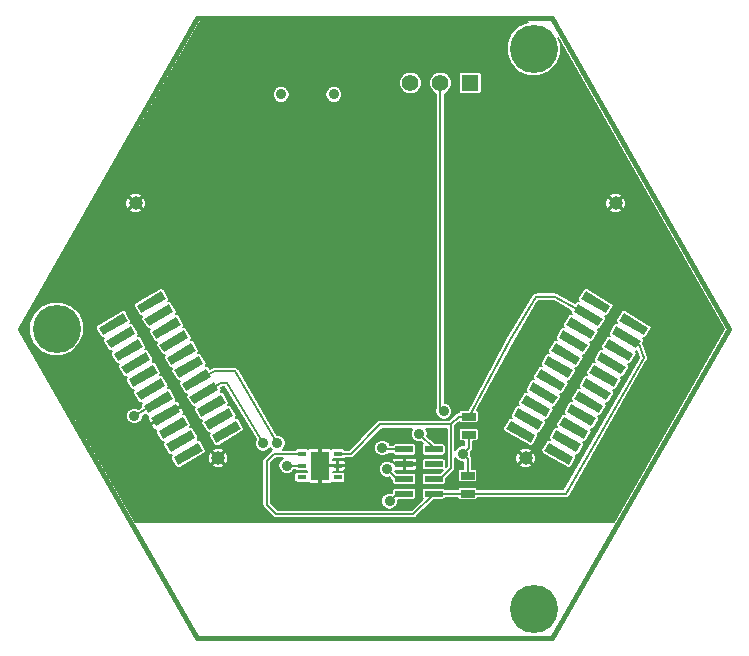
<source format=gbl>
G04 (created by PCBNEW-RS274X (2010-03-14)-final) date Fri 27 Jul 2012 10:12:24 MSK*
G01*
G70*
G90*
%MOIN*%
G04 Gerber Fmt 3.4, Leading zero omitted, Abs format*
%FSLAX34Y34*%
G04 APERTURE LIST*
%ADD10C,0.001000*%
%ADD11C,0.015000*%
%ADD12R,0.045000X0.025000*%
%ADD13R,0.055000X0.055000*%
%ADD14C,0.055000*%
%ADD15C,0.160000*%
%ADD16R,0.059000X0.019600*%
%ADD17R,0.031400X0.015700*%
%ADD18R,0.059000X0.094400*%
%ADD19C,0.045000*%
%ADD20C,0.035400*%
%ADD21C,0.035000*%
%ADD22C,0.008000*%
%ADD23C,0.005000*%
G04 APERTURE END LIST*
G54D10*
G54D11*
X45400Y-39699D02*
X51305Y-29331D01*
X51305Y-50000D02*
X45400Y-39699D01*
X63116Y-50000D02*
X51305Y-50000D01*
X69022Y-39699D02*
X63116Y-50000D01*
X63116Y-29331D02*
X69022Y-39699D01*
X51305Y-29331D02*
X63116Y-29331D01*
G54D12*
X60315Y-44582D03*
X60315Y-45182D03*
X60354Y-43213D03*
X60354Y-42613D03*
G54D13*
X60409Y-31496D03*
G54D14*
X59409Y-31496D03*
X58409Y-31496D03*
G54D15*
X62520Y-30354D03*
X46614Y-39685D03*
X62520Y-49016D03*
G54D10*
G36*
X64258Y-38442D02*
X65075Y-38914D01*
X64926Y-39172D01*
X64109Y-38700D01*
X64258Y-38442D01*
X64258Y-38442D01*
G37*
G36*
X65528Y-39175D02*
X66345Y-39647D01*
X66196Y-39905D01*
X65379Y-39433D01*
X65528Y-39175D01*
X65528Y-39175D01*
G37*
G36*
X64008Y-38875D02*
X64825Y-39347D01*
X64676Y-39605D01*
X63859Y-39133D01*
X64008Y-38875D01*
X64008Y-38875D01*
G37*
G36*
X65278Y-39608D02*
X66095Y-40080D01*
X65946Y-40338D01*
X65129Y-39866D01*
X65278Y-39608D01*
X65278Y-39608D01*
G37*
G36*
X63758Y-39308D02*
X64575Y-39780D01*
X64426Y-40038D01*
X63609Y-39566D01*
X63758Y-39308D01*
X63758Y-39308D01*
G37*
G36*
X65028Y-40041D02*
X65845Y-40513D01*
X65696Y-40771D01*
X64879Y-40299D01*
X65028Y-40041D01*
X65028Y-40041D01*
G37*
G36*
X63508Y-39741D02*
X64325Y-40213D01*
X64176Y-40471D01*
X63359Y-39999D01*
X63508Y-39741D01*
X63508Y-39741D01*
G37*
G36*
X64778Y-40474D02*
X65595Y-40946D01*
X65446Y-41204D01*
X64629Y-40732D01*
X64778Y-40474D01*
X64778Y-40474D01*
G37*
G36*
X63258Y-40174D02*
X64075Y-40646D01*
X63926Y-40904D01*
X63109Y-40432D01*
X63258Y-40174D01*
X63258Y-40174D01*
G37*
G36*
X64528Y-40907D02*
X65345Y-41379D01*
X65196Y-41637D01*
X64379Y-41165D01*
X64528Y-40907D01*
X64528Y-40907D01*
G37*
G36*
X63008Y-40607D02*
X63825Y-41079D01*
X63676Y-41337D01*
X62859Y-40865D01*
X63008Y-40607D01*
X63008Y-40607D01*
G37*
G36*
X64278Y-41341D02*
X65095Y-41813D01*
X64946Y-42071D01*
X64129Y-41599D01*
X64278Y-41341D01*
X64278Y-41341D01*
G37*
G36*
X62758Y-41041D02*
X63575Y-41513D01*
X63426Y-41771D01*
X62609Y-41299D01*
X62758Y-41041D01*
X62758Y-41041D01*
G37*
G36*
X64028Y-41774D02*
X64845Y-42246D01*
X64696Y-42504D01*
X63879Y-42032D01*
X64028Y-41774D01*
X64028Y-41774D01*
G37*
G36*
X62508Y-41474D02*
X63325Y-41946D01*
X63176Y-42204D01*
X62359Y-41732D01*
X62508Y-41474D01*
X62508Y-41474D01*
G37*
G36*
X63778Y-42207D02*
X64595Y-42679D01*
X64446Y-42937D01*
X63629Y-42465D01*
X63778Y-42207D01*
X63778Y-42207D01*
G37*
G36*
X62258Y-41907D02*
X63075Y-42379D01*
X62926Y-42637D01*
X62109Y-42165D01*
X62258Y-41907D01*
X62258Y-41907D01*
G37*
G36*
X63528Y-42640D02*
X64345Y-43112D01*
X64196Y-43370D01*
X63379Y-42898D01*
X63528Y-42640D01*
X63528Y-42640D01*
G37*
G36*
X62008Y-42340D02*
X62825Y-42812D01*
X62676Y-43070D01*
X61859Y-42598D01*
X62008Y-42340D01*
X62008Y-42340D01*
G37*
G36*
X63278Y-43073D02*
X64095Y-43545D01*
X63946Y-43803D01*
X63129Y-43331D01*
X63278Y-43073D01*
X63278Y-43073D01*
G37*
G36*
X61758Y-42773D02*
X62575Y-43245D01*
X62426Y-43503D01*
X61609Y-43031D01*
X61758Y-42773D01*
X61758Y-42773D01*
G37*
G36*
X63028Y-43506D02*
X63845Y-43978D01*
X63696Y-44236D01*
X62879Y-43764D01*
X63028Y-43506D01*
X63028Y-43506D01*
G37*
G36*
X48026Y-39647D02*
X48843Y-39175D01*
X48992Y-39433D01*
X48175Y-39905D01*
X48026Y-39647D01*
X48026Y-39647D01*
G37*
G36*
X49296Y-38914D02*
X50113Y-38442D01*
X50262Y-38700D01*
X49445Y-39172D01*
X49296Y-38914D01*
X49296Y-38914D01*
G37*
G36*
X48276Y-40080D02*
X49093Y-39608D01*
X49242Y-39866D01*
X48425Y-40338D01*
X48276Y-40080D01*
X48276Y-40080D01*
G37*
G36*
X49546Y-39347D02*
X50363Y-38875D01*
X50512Y-39133D01*
X49695Y-39605D01*
X49546Y-39347D01*
X49546Y-39347D01*
G37*
G36*
X48526Y-40513D02*
X49343Y-40041D01*
X49492Y-40299D01*
X48675Y-40771D01*
X48526Y-40513D01*
X48526Y-40513D01*
G37*
G36*
X49796Y-39780D02*
X50613Y-39308D01*
X50762Y-39566D01*
X49945Y-40038D01*
X49796Y-39780D01*
X49796Y-39780D01*
G37*
G36*
X48776Y-40946D02*
X49593Y-40474D01*
X49742Y-40732D01*
X48925Y-41204D01*
X48776Y-40946D01*
X48776Y-40946D01*
G37*
G36*
X50046Y-40213D02*
X50863Y-39741D01*
X51012Y-39999D01*
X50195Y-40471D01*
X50046Y-40213D01*
X50046Y-40213D01*
G37*
G36*
X49026Y-41379D02*
X49843Y-40907D01*
X49992Y-41165D01*
X49175Y-41637D01*
X49026Y-41379D01*
X49026Y-41379D01*
G37*
G36*
X50296Y-40646D02*
X51113Y-40174D01*
X51262Y-40432D01*
X50445Y-40904D01*
X50296Y-40646D01*
X50296Y-40646D01*
G37*
G36*
X49276Y-41813D02*
X50093Y-41341D01*
X50242Y-41599D01*
X49425Y-42071D01*
X49276Y-41813D01*
X49276Y-41813D01*
G37*
G36*
X50546Y-41079D02*
X51363Y-40607D01*
X51512Y-40865D01*
X50695Y-41337D01*
X50546Y-41079D01*
X50546Y-41079D01*
G37*
G36*
X49526Y-42246D02*
X50343Y-41774D01*
X50492Y-42032D01*
X49675Y-42504D01*
X49526Y-42246D01*
X49526Y-42246D01*
G37*
G36*
X50796Y-41513D02*
X51613Y-41041D01*
X51762Y-41299D01*
X50945Y-41771D01*
X50796Y-41513D01*
X50796Y-41513D01*
G37*
G36*
X49776Y-42679D02*
X50593Y-42207D01*
X50742Y-42465D01*
X49925Y-42937D01*
X49776Y-42679D01*
X49776Y-42679D01*
G37*
G36*
X51046Y-41946D02*
X51863Y-41474D01*
X52012Y-41732D01*
X51195Y-42204D01*
X51046Y-41946D01*
X51046Y-41946D01*
G37*
G36*
X50026Y-43112D02*
X50843Y-42640D01*
X50992Y-42898D01*
X50175Y-43370D01*
X50026Y-43112D01*
X50026Y-43112D01*
G37*
G36*
X51296Y-42379D02*
X52113Y-41907D01*
X52262Y-42165D01*
X51445Y-42637D01*
X51296Y-42379D01*
X51296Y-42379D01*
G37*
G36*
X50276Y-43545D02*
X51093Y-43073D01*
X51242Y-43331D01*
X50425Y-43803D01*
X50276Y-43545D01*
X50276Y-43545D01*
G37*
G36*
X51546Y-42812D02*
X52363Y-42340D01*
X52512Y-42598D01*
X51695Y-43070D01*
X51546Y-42812D01*
X51546Y-42812D01*
G37*
G36*
X50526Y-43978D02*
X51343Y-43506D01*
X51492Y-43764D01*
X50675Y-44236D01*
X50526Y-43978D01*
X50526Y-43978D01*
G37*
G36*
X51796Y-43245D02*
X52613Y-42773D01*
X52762Y-43031D01*
X51945Y-43503D01*
X51796Y-43245D01*
X51796Y-43245D01*
G37*
G54D16*
X58213Y-45187D03*
X58213Y-44695D03*
X58213Y-44203D03*
X58213Y-43711D03*
X59189Y-43711D03*
X59189Y-44203D03*
X59189Y-44695D03*
X59189Y-45187D03*
G54D17*
X55984Y-43859D03*
X55984Y-44252D03*
X55984Y-44645D03*
X54804Y-44645D03*
X54804Y-44252D03*
X54804Y-43859D03*
G54D18*
X55394Y-44252D03*
G54D19*
X62250Y-44000D03*
X52000Y-44000D03*
X49250Y-35500D03*
X65250Y-35500D03*
G54D20*
X55855Y-31875D03*
X54102Y-31875D03*
G54D21*
X59527Y-42441D03*
X53504Y-43504D03*
X60157Y-43858D03*
X54291Y-44252D03*
X57716Y-45433D03*
X57598Y-32716D03*
X55709Y-45433D03*
X54764Y-45433D03*
X57638Y-44370D03*
X57480Y-43661D03*
X53976Y-43504D03*
X49213Y-42598D03*
X58701Y-43189D03*
G54D22*
X63886Y-39673D02*
X64092Y-39673D01*
X64092Y-39673D02*
X63886Y-39673D01*
X63885Y-39673D02*
X64092Y-39673D01*
X59409Y-41731D02*
X59409Y-42007D01*
X59409Y-31496D02*
X59409Y-41731D01*
X59409Y-42007D02*
X59409Y-42323D01*
X59409Y-42323D02*
X59527Y-42441D01*
X59409Y-42322D02*
X59409Y-42323D01*
X59409Y-42323D02*
X59527Y-42441D01*
X51529Y-41839D02*
X52087Y-41496D01*
X52283Y-41496D02*
X53504Y-43504D01*
X52283Y-41496D02*
X52283Y-41496D01*
X52205Y-41496D02*
X52283Y-41496D01*
X52087Y-41496D02*
X52205Y-41496D01*
X60354Y-43213D02*
X60354Y-43661D01*
X60354Y-43661D02*
X60157Y-43858D01*
X60315Y-44582D02*
X60315Y-44016D01*
X60315Y-44016D02*
X60157Y-43858D01*
X54804Y-44252D02*
X54291Y-44252D01*
X58213Y-45187D02*
X57962Y-45187D01*
X57962Y-45187D02*
X57716Y-45433D01*
X57598Y-41968D02*
X57598Y-42008D01*
X55394Y-44252D02*
X55394Y-43346D01*
X56417Y-42323D02*
X55394Y-43346D01*
X57598Y-32716D02*
X57598Y-41968D01*
X57283Y-42323D02*
X56417Y-42323D01*
X57598Y-42008D02*
X57283Y-42323D01*
X55394Y-45118D02*
X55354Y-45118D01*
X55354Y-45118D02*
X55039Y-45433D01*
X55039Y-45433D02*
X54764Y-45433D01*
X58213Y-44203D02*
X57903Y-44203D01*
X57903Y-44203D02*
X57755Y-44055D01*
X57755Y-44055D02*
X56575Y-44055D01*
X56575Y-44055D02*
X56378Y-44252D01*
X56378Y-44252D02*
X55984Y-44252D01*
X55709Y-45433D02*
X55394Y-45118D01*
X55394Y-45118D02*
X55394Y-44252D01*
X55394Y-44252D02*
X55984Y-44252D01*
X55984Y-44252D02*
X55394Y-44252D01*
X55394Y-44252D02*
X55984Y-44252D01*
X58213Y-44695D02*
X57963Y-44695D01*
X57963Y-44695D02*
X57638Y-44370D01*
X54804Y-43859D02*
X53858Y-43858D01*
X53858Y-43858D02*
X53622Y-44094D01*
X53622Y-44094D02*
X53622Y-45551D01*
X53622Y-45551D02*
X53937Y-45866D01*
X53937Y-45866D02*
X58510Y-45866D01*
X58510Y-45866D02*
X59189Y-45187D01*
X60315Y-45182D02*
X63597Y-45182D01*
X63597Y-45182D02*
X66181Y-40669D01*
X66181Y-40669D02*
X66023Y-40197D01*
X66023Y-40197D02*
X65612Y-39973D01*
X59189Y-45187D02*
X60310Y-45187D01*
X60310Y-45187D02*
X60315Y-45182D01*
X55984Y-43859D02*
X56417Y-43859D01*
X56417Y-43859D02*
X57402Y-42874D01*
X57402Y-42874D02*
X59764Y-42874D01*
X60354Y-42613D02*
X61732Y-40079D01*
X61732Y-40079D02*
X62598Y-38622D01*
X62598Y-38622D02*
X63228Y-38622D01*
X63228Y-38622D02*
X64342Y-39240D01*
X59189Y-44695D02*
X59400Y-44695D01*
X59400Y-44695D02*
X59764Y-44331D01*
X59764Y-44331D02*
X59764Y-42874D01*
X59764Y-42874D02*
X60025Y-42613D01*
X60025Y-42613D02*
X60354Y-42613D01*
X58213Y-43711D02*
X57530Y-43711D01*
X57530Y-43711D02*
X57480Y-43661D01*
X53976Y-43504D02*
X52559Y-41102D01*
X52559Y-41102D02*
X52480Y-41102D01*
X52480Y-41102D02*
X52205Y-41102D01*
X52205Y-41102D02*
X51890Y-41102D01*
X51890Y-41102D02*
X51279Y-41406D01*
X50009Y-42139D02*
X49213Y-42598D01*
X49213Y-42598D02*
X49213Y-42598D01*
X58701Y-43189D02*
X59189Y-43677D01*
X59189Y-43677D02*
X59189Y-43711D01*
G54D10*
G36*
X65196Y-46117D02*
X68878Y-39686D01*
X63347Y-29990D01*
X63424Y-30175D01*
X63424Y-30535D01*
X63286Y-30867D01*
X63031Y-31121D01*
X62699Y-31258D01*
X62339Y-31258D01*
X62007Y-31120D01*
X61753Y-30865D01*
X61616Y-30533D01*
X61616Y-30173D01*
X61754Y-29841D01*
X62009Y-29587D01*
X62326Y-29456D01*
X51386Y-29456D01*
X45543Y-39699D01*
X46433Y-41252D01*
X46433Y-40589D01*
X46101Y-40451D01*
X45847Y-40196D01*
X45710Y-39864D01*
X45710Y-39504D01*
X45848Y-39172D01*
X46103Y-38918D01*
X46435Y-38781D01*
X46795Y-38781D01*
X47127Y-38919D01*
X47381Y-39174D01*
X47518Y-39506D01*
X47518Y-39866D01*
X47380Y-40198D01*
X47125Y-40452D01*
X46793Y-40589D01*
X46433Y-40589D01*
X46433Y-41252D01*
X49157Y-46008D01*
X49157Y-42878D01*
X49054Y-42835D01*
X48975Y-42756D01*
X48933Y-42653D01*
X48933Y-42542D01*
X48976Y-42439D01*
X49055Y-42360D01*
X49158Y-42318D01*
X49269Y-42318D01*
X49349Y-42351D01*
X49436Y-42301D01*
X49424Y-42280D01*
X49419Y-42239D01*
X49429Y-42199D01*
X49449Y-42173D01*
X49418Y-42178D01*
X49378Y-42167D01*
X49344Y-42142D01*
X49195Y-41884D01*
X49174Y-41847D01*
X49169Y-41806D01*
X49179Y-41766D01*
X49200Y-41739D01*
X49168Y-41744D01*
X49128Y-41733D01*
X49094Y-41708D01*
X48945Y-41450D01*
X48924Y-41413D01*
X48919Y-41372D01*
X48929Y-41332D01*
X48949Y-41306D01*
X48918Y-41311D01*
X48878Y-41300D01*
X48844Y-41275D01*
X48695Y-41017D01*
X48674Y-40980D01*
X48669Y-40939D01*
X48679Y-40899D01*
X48699Y-40873D01*
X48668Y-40878D01*
X48628Y-40867D01*
X48594Y-40842D01*
X48445Y-40584D01*
X48424Y-40547D01*
X48419Y-40506D01*
X48429Y-40466D01*
X48449Y-40440D01*
X48418Y-40445D01*
X48378Y-40434D01*
X48344Y-40409D01*
X48195Y-40151D01*
X48174Y-40114D01*
X48169Y-40073D01*
X48179Y-40033D01*
X48199Y-40007D01*
X48168Y-40012D01*
X48128Y-40001D01*
X48094Y-39976D01*
X47945Y-39718D01*
X47924Y-39681D01*
X47919Y-39640D01*
X47929Y-39600D01*
X47955Y-39567D01*
X48773Y-39095D01*
X48809Y-39074D01*
X48850Y-39068D01*
X48890Y-39079D01*
X48924Y-39104D01*
X49007Y-39247D01*
X49007Y-35707D01*
X48953Y-35685D01*
X48908Y-35578D01*
X48905Y-35442D01*
X48953Y-35315D01*
X49007Y-35293D01*
X49215Y-35500D01*
X49007Y-35707D01*
X49007Y-39247D01*
X49073Y-39362D01*
X49094Y-39399D01*
X49099Y-39440D01*
X49089Y-39480D01*
X49068Y-39505D01*
X49100Y-39501D01*
X49140Y-39512D01*
X49174Y-39537D01*
X49323Y-39795D01*
X49344Y-39832D01*
X49349Y-39873D01*
X49339Y-39913D01*
X49318Y-39938D01*
X49350Y-39934D01*
X49390Y-39945D01*
X49424Y-39970D01*
X49573Y-40228D01*
X49594Y-40265D01*
X49599Y-40306D01*
X49589Y-40346D01*
X49568Y-40371D01*
X49600Y-40367D01*
X49640Y-40378D01*
X49674Y-40403D01*
X49823Y-40661D01*
X49844Y-40698D01*
X49849Y-40739D01*
X49839Y-40779D01*
X49818Y-40804D01*
X49850Y-40800D01*
X49890Y-40811D01*
X49924Y-40836D01*
X50073Y-41094D01*
X50094Y-41131D01*
X50099Y-41172D01*
X50089Y-41212D01*
X50067Y-41238D01*
X50100Y-41234D01*
X50140Y-41245D01*
X50174Y-41270D01*
X50323Y-41528D01*
X50344Y-41565D01*
X50349Y-41606D01*
X50339Y-41646D01*
X50318Y-41671D01*
X50350Y-41667D01*
X50390Y-41678D01*
X50424Y-41703D01*
X50573Y-41961D01*
X50594Y-41998D01*
X50599Y-42039D01*
X50589Y-42079D01*
X50586Y-42081D01*
X50602Y-42080D01*
X50650Y-42092D01*
X50689Y-42123D01*
X50748Y-42225D01*
X50737Y-42267D01*
X50267Y-42537D01*
X50225Y-42563D01*
X49756Y-42833D01*
X49714Y-42822D01*
X49655Y-42720D01*
X49648Y-42670D01*
X49661Y-42623D01*
X49670Y-42610D01*
X49668Y-42611D01*
X49628Y-42600D01*
X49594Y-42575D01*
X49581Y-42553D01*
X49493Y-42604D01*
X49493Y-42654D01*
X49450Y-42757D01*
X49371Y-42836D01*
X49268Y-42878D01*
X49157Y-42878D01*
X49157Y-46008D01*
X49219Y-46117D01*
X50668Y-46117D01*
X50668Y-44343D01*
X50628Y-44332D01*
X50594Y-44307D01*
X50445Y-44049D01*
X50424Y-44012D01*
X50419Y-43971D01*
X50429Y-43931D01*
X50449Y-43905D01*
X50418Y-43910D01*
X50378Y-43899D01*
X50344Y-43874D01*
X50195Y-43616D01*
X50174Y-43579D01*
X50169Y-43538D01*
X50179Y-43498D01*
X50199Y-43472D01*
X50168Y-43477D01*
X50128Y-43466D01*
X50094Y-43441D01*
X49945Y-43183D01*
X49924Y-43146D01*
X49919Y-43105D01*
X49929Y-43065D01*
X49931Y-43062D01*
X49916Y-43064D01*
X49868Y-43052D01*
X49829Y-43021D01*
X49770Y-42919D01*
X49781Y-42877D01*
X50250Y-42606D01*
X50293Y-42581D01*
X50762Y-42311D01*
X50804Y-42322D01*
X50863Y-42424D01*
X50870Y-42474D01*
X50857Y-42521D01*
X50847Y-42533D01*
X50850Y-42533D01*
X50890Y-42544D01*
X50924Y-42569D01*
X51073Y-42827D01*
X51094Y-42864D01*
X51099Y-42905D01*
X51089Y-42945D01*
X51068Y-42970D01*
X51100Y-42966D01*
X51140Y-42977D01*
X51174Y-43002D01*
X51323Y-43260D01*
X51344Y-43297D01*
X51349Y-43338D01*
X51339Y-43378D01*
X51318Y-43403D01*
X51350Y-43399D01*
X51390Y-43410D01*
X51424Y-43435D01*
X51573Y-43693D01*
X51594Y-43730D01*
X51599Y-43771D01*
X51589Y-43811D01*
X51563Y-43844D01*
X50745Y-44316D01*
X50709Y-44337D01*
X50668Y-44343D01*
X50668Y-46117D01*
X51757Y-46117D01*
X51757Y-44207D01*
X51703Y-44185D01*
X51658Y-44078D01*
X51655Y-43942D01*
X51703Y-43815D01*
X51757Y-43793D01*
X51965Y-44000D01*
X51757Y-44207D01*
X51757Y-46117D01*
X51942Y-46117D01*
X51942Y-44345D01*
X51815Y-44297D01*
X51793Y-44243D01*
X52000Y-44035D01*
X52000Y-43965D01*
X51793Y-43757D01*
X51815Y-43703D01*
X51922Y-43658D01*
X52058Y-43655D01*
X52185Y-43703D01*
X52207Y-43757D01*
X52000Y-43965D01*
X52000Y-44035D01*
X52207Y-44243D01*
X52185Y-44297D01*
X52078Y-44342D01*
X51942Y-44345D01*
X51942Y-46117D01*
X52243Y-46117D01*
X52243Y-44207D01*
X52035Y-44000D01*
X52243Y-43793D01*
X52297Y-43815D01*
X52342Y-43922D01*
X52345Y-44058D01*
X52297Y-44185D01*
X52243Y-44207D01*
X52243Y-46117D01*
X58510Y-46117D01*
X58510Y-46012D01*
X58505Y-46011D01*
X53937Y-46011D01*
X53882Y-46000D01*
X53834Y-45969D01*
X53832Y-45966D01*
X53519Y-45654D01*
X53488Y-45607D01*
X53476Y-45551D01*
X53477Y-45546D01*
X53477Y-44098D01*
X53476Y-44094D01*
X53488Y-44038D01*
X53519Y-43991D01*
X53755Y-43755D01*
X53801Y-43725D01*
X53739Y-43663D01*
X53662Y-43742D01*
X53559Y-43784D01*
X53448Y-43784D01*
X53345Y-43741D01*
X53266Y-43662D01*
X53224Y-43559D01*
X53224Y-43448D01*
X53255Y-43373D01*
X52201Y-41641D01*
X52127Y-41641D01*
X52093Y-41662D01*
X52114Y-41698D01*
X52119Y-41739D01*
X52109Y-41779D01*
X52088Y-41804D01*
X52120Y-41800D01*
X52160Y-41811D01*
X52194Y-41836D01*
X52343Y-42094D01*
X52364Y-42131D01*
X52369Y-42172D01*
X52359Y-42212D01*
X52338Y-42237D01*
X52370Y-42233D01*
X52410Y-42244D01*
X52444Y-42269D01*
X52593Y-42527D01*
X52614Y-42564D01*
X52619Y-42605D01*
X52609Y-42645D01*
X52588Y-42670D01*
X52620Y-42666D01*
X52660Y-42677D01*
X52694Y-42702D01*
X52843Y-42960D01*
X52864Y-42997D01*
X52869Y-43038D01*
X52859Y-43078D01*
X52833Y-43111D01*
X52015Y-43583D01*
X51979Y-43604D01*
X51938Y-43610D01*
X51898Y-43599D01*
X51864Y-43574D01*
X51715Y-43316D01*
X51694Y-43279D01*
X51689Y-43238D01*
X51699Y-43198D01*
X51719Y-43172D01*
X51688Y-43177D01*
X51648Y-43166D01*
X51614Y-43141D01*
X51465Y-42883D01*
X51444Y-42846D01*
X51439Y-42805D01*
X51449Y-42765D01*
X51469Y-42739D01*
X51438Y-42744D01*
X51398Y-42733D01*
X51364Y-42708D01*
X51215Y-42450D01*
X51194Y-42413D01*
X51189Y-42372D01*
X51199Y-42332D01*
X51219Y-42306D01*
X51188Y-42311D01*
X51148Y-42300D01*
X51114Y-42275D01*
X50965Y-42017D01*
X50944Y-41980D01*
X50939Y-41939D01*
X50949Y-41899D01*
X50969Y-41873D01*
X50938Y-41878D01*
X50898Y-41867D01*
X50864Y-41842D01*
X50715Y-41584D01*
X50694Y-41547D01*
X50689Y-41506D01*
X50699Y-41466D01*
X50720Y-41439D01*
X50688Y-41444D01*
X50648Y-41433D01*
X50614Y-41408D01*
X50465Y-41150D01*
X50444Y-41113D01*
X50439Y-41072D01*
X50449Y-41032D01*
X50469Y-41006D01*
X50438Y-41011D01*
X50398Y-41000D01*
X50364Y-40975D01*
X50215Y-40717D01*
X50194Y-40680D01*
X50189Y-40639D01*
X50199Y-40599D01*
X50219Y-40573D01*
X50188Y-40578D01*
X50148Y-40567D01*
X50114Y-40542D01*
X49965Y-40284D01*
X49944Y-40247D01*
X49939Y-40206D01*
X49949Y-40166D01*
X49969Y-40140D01*
X49938Y-40145D01*
X49898Y-40134D01*
X49864Y-40109D01*
X49715Y-39851D01*
X49694Y-39814D01*
X49689Y-39773D01*
X49699Y-39733D01*
X49719Y-39707D01*
X49688Y-39712D01*
X49648Y-39701D01*
X49614Y-39676D01*
X49465Y-39418D01*
X49444Y-39381D01*
X49439Y-39340D01*
X49449Y-39300D01*
X49469Y-39274D01*
X49438Y-39279D01*
X49398Y-39268D01*
X49364Y-39243D01*
X49215Y-38985D01*
X49194Y-38948D01*
X49189Y-38907D01*
X49192Y-38895D01*
X49192Y-35845D01*
X49065Y-35797D01*
X49043Y-35743D01*
X49250Y-35535D01*
X49250Y-35465D01*
X49043Y-35257D01*
X49065Y-35203D01*
X49172Y-35158D01*
X49308Y-35155D01*
X49435Y-35203D01*
X49457Y-35257D01*
X49250Y-35465D01*
X49250Y-35535D01*
X49457Y-35743D01*
X49435Y-35797D01*
X49328Y-35842D01*
X49192Y-35845D01*
X49192Y-38895D01*
X49199Y-38867D01*
X49225Y-38834D01*
X49493Y-38679D01*
X49493Y-35707D01*
X49285Y-35500D01*
X49493Y-35293D01*
X49547Y-35315D01*
X49592Y-35422D01*
X49595Y-35558D01*
X49547Y-35685D01*
X49493Y-35707D01*
X49493Y-38679D01*
X50043Y-38362D01*
X50079Y-38341D01*
X50120Y-38335D01*
X50160Y-38346D01*
X50194Y-38371D01*
X50343Y-38629D01*
X50364Y-38666D01*
X50369Y-38707D01*
X50359Y-38747D01*
X50338Y-38772D01*
X50370Y-38768D01*
X50410Y-38779D01*
X50444Y-38804D01*
X50593Y-39062D01*
X50614Y-39099D01*
X50619Y-39140D01*
X50609Y-39180D01*
X50588Y-39205D01*
X50620Y-39201D01*
X50660Y-39212D01*
X50694Y-39237D01*
X50843Y-39495D01*
X50864Y-39532D01*
X50869Y-39573D01*
X50859Y-39613D01*
X50838Y-39638D01*
X50870Y-39634D01*
X50910Y-39645D01*
X50944Y-39670D01*
X51093Y-39928D01*
X51114Y-39965D01*
X51119Y-40006D01*
X51109Y-40046D01*
X51088Y-40071D01*
X51120Y-40067D01*
X51160Y-40078D01*
X51194Y-40103D01*
X51343Y-40361D01*
X51364Y-40398D01*
X51369Y-40439D01*
X51359Y-40479D01*
X51338Y-40504D01*
X51370Y-40500D01*
X51410Y-40511D01*
X51444Y-40536D01*
X51593Y-40794D01*
X51614Y-40831D01*
X51619Y-40872D01*
X51609Y-40912D01*
X51587Y-40938D01*
X51620Y-40934D01*
X51660Y-40945D01*
X51694Y-40970D01*
X51724Y-41022D01*
X51825Y-40972D01*
X51831Y-40970D01*
X51835Y-40968D01*
X51850Y-40964D01*
X51879Y-40957D01*
X52559Y-40957D01*
X52575Y-40960D01*
X52595Y-40961D01*
X52605Y-40966D01*
X52614Y-40968D01*
X52631Y-40979D01*
X52647Y-40987D01*
X52652Y-40992D01*
X52662Y-40999D01*
X52672Y-41015D01*
X52684Y-41028D01*
X53977Y-43224D01*
X54032Y-43224D01*
X54046Y-43229D01*
X54046Y-32157D01*
X53942Y-32114D01*
X53863Y-32035D01*
X53820Y-31931D01*
X53820Y-31819D01*
X53863Y-31715D01*
X53942Y-31636D01*
X54046Y-31593D01*
X54158Y-31593D01*
X54262Y-31636D01*
X54341Y-31715D01*
X54384Y-31819D01*
X54384Y-31931D01*
X54341Y-32035D01*
X54262Y-32114D01*
X54158Y-32157D01*
X54046Y-32157D01*
X54046Y-43229D01*
X54135Y-43267D01*
X54214Y-43346D01*
X54256Y-43449D01*
X54256Y-43560D01*
X54213Y-43663D01*
X54162Y-43713D01*
X54565Y-43714D01*
X54587Y-43692D01*
X54626Y-43676D01*
X54982Y-43676D01*
X55012Y-43689D01*
X55028Y-43674D01*
X55074Y-43655D01*
X55338Y-43655D01*
X55369Y-43686D01*
X55369Y-44227D01*
X55369Y-44277D01*
X55369Y-44818D01*
X55338Y-44849D01*
X55074Y-44849D01*
X55028Y-44830D01*
X55013Y-44815D01*
X54982Y-44828D01*
X54626Y-44828D01*
X54588Y-44812D01*
X54558Y-44783D01*
X54542Y-44744D01*
X54542Y-44546D01*
X54558Y-44508D01*
X54587Y-44478D01*
X54626Y-44462D01*
X54974Y-44462D01*
X54974Y-44435D01*
X54626Y-44435D01*
X54588Y-44419D01*
X54565Y-44397D01*
X54533Y-44397D01*
X54528Y-44411D01*
X54449Y-44490D01*
X54346Y-44532D01*
X54235Y-44532D01*
X54132Y-44489D01*
X54053Y-44410D01*
X54011Y-44307D01*
X54011Y-44196D01*
X54054Y-44093D01*
X54133Y-44014D01*
X54158Y-44003D01*
X53918Y-44003D01*
X53767Y-44154D01*
X53767Y-45490D01*
X53997Y-45721D01*
X55450Y-45721D01*
X55450Y-44849D01*
X55419Y-44818D01*
X55419Y-44277D01*
X55959Y-44277D01*
X55959Y-44424D01*
X55928Y-44455D01*
X55814Y-44455D01*
X55814Y-44462D01*
X56040Y-44462D01*
X56040Y-44455D01*
X56009Y-44424D01*
X56009Y-44277D01*
X56009Y-44227D01*
X56009Y-44080D01*
X56040Y-44049D01*
X56166Y-44049D01*
X56212Y-44068D01*
X56247Y-44103D01*
X56266Y-44149D01*
X56266Y-44196D01*
X56235Y-44227D01*
X56009Y-44227D01*
X56009Y-44277D01*
X56235Y-44277D01*
X56266Y-44308D01*
X56266Y-44355D01*
X56247Y-44401D01*
X56212Y-44436D01*
X56166Y-44455D01*
X56040Y-44455D01*
X56040Y-44462D01*
X56162Y-44462D01*
X56200Y-44478D01*
X56230Y-44507D01*
X56246Y-44546D01*
X56246Y-44744D01*
X56230Y-44782D01*
X56201Y-44812D01*
X56162Y-44828D01*
X55806Y-44828D01*
X55775Y-44814D01*
X55760Y-44830D01*
X55714Y-44849D01*
X55450Y-44849D01*
X55450Y-45721D01*
X57660Y-45721D01*
X57660Y-45713D01*
X57557Y-45670D01*
X57478Y-45591D01*
X57436Y-45488D01*
X57436Y-45377D01*
X57479Y-45274D01*
X57558Y-45195D01*
X57661Y-45153D01*
X57772Y-45153D01*
X57785Y-45158D01*
X57813Y-45130D01*
X57813Y-45068D01*
X57829Y-45030D01*
X57858Y-45000D01*
X57897Y-44984D01*
X57897Y-44898D01*
X57859Y-44882D01*
X57829Y-44853D01*
X57813Y-44814D01*
X57813Y-44750D01*
X57706Y-44644D01*
X57693Y-44650D01*
X57582Y-44650D01*
X57479Y-44607D01*
X57400Y-44528D01*
X57358Y-44425D01*
X57358Y-44314D01*
X57401Y-44211D01*
X57424Y-44188D01*
X57424Y-43941D01*
X57321Y-43898D01*
X57242Y-43819D01*
X57200Y-43716D01*
X57200Y-43605D01*
X57243Y-43502D01*
X57322Y-43423D01*
X57425Y-43381D01*
X57536Y-43381D01*
X57639Y-43424D01*
X57718Y-43503D01*
X57743Y-43566D01*
X57823Y-43566D01*
X57829Y-43554D01*
X57858Y-43524D01*
X57897Y-43508D01*
X58529Y-43508D01*
X58567Y-43524D01*
X58597Y-43553D01*
X58613Y-43592D01*
X58613Y-43830D01*
X58597Y-43868D01*
X58568Y-43898D01*
X58529Y-43914D01*
X57897Y-43914D01*
X57859Y-43898D01*
X57829Y-43869D01*
X57823Y-43856D01*
X57680Y-43855D01*
X57638Y-43899D01*
X57535Y-43941D01*
X57424Y-43941D01*
X57424Y-44188D01*
X57480Y-44132D01*
X57583Y-44090D01*
X57694Y-44090D01*
X57793Y-44131D01*
X57793Y-44080D01*
X57812Y-44034D01*
X57847Y-43999D01*
X57893Y-43980D01*
X58157Y-43980D01*
X58188Y-44011D01*
X58188Y-44178D01*
X58188Y-44228D01*
X58188Y-44395D01*
X58157Y-44426D01*
X57918Y-44426D01*
X57912Y-44439D01*
X57965Y-44492D01*
X58269Y-44492D01*
X58269Y-44426D01*
X58238Y-44395D01*
X58238Y-44228D01*
X58238Y-44178D01*
X58238Y-44011D01*
X58269Y-43980D01*
X58533Y-43980D01*
X58579Y-43999D01*
X58614Y-44034D01*
X58633Y-44080D01*
X58633Y-44147D01*
X58602Y-44178D01*
X58238Y-44178D01*
X58238Y-44228D01*
X58602Y-44228D01*
X58633Y-44259D01*
X58633Y-44326D01*
X58614Y-44372D01*
X58579Y-44407D01*
X58533Y-44426D01*
X58269Y-44426D01*
X58269Y-44492D01*
X58529Y-44492D01*
X58567Y-44508D01*
X58597Y-44537D01*
X58613Y-44576D01*
X58613Y-44814D01*
X58597Y-44852D01*
X58568Y-44882D01*
X58529Y-44898D01*
X57897Y-44898D01*
X57897Y-44984D01*
X58529Y-44984D01*
X58567Y-45000D01*
X58597Y-45029D01*
X58613Y-45068D01*
X58613Y-45306D01*
X58597Y-45344D01*
X58568Y-45374D01*
X58529Y-45390D01*
X57996Y-45390D01*
X57996Y-45489D01*
X57953Y-45592D01*
X57874Y-45671D01*
X57771Y-45713D01*
X57660Y-45713D01*
X57660Y-45721D01*
X58449Y-45721D01*
X58815Y-45355D01*
X58805Y-45345D01*
X58789Y-45306D01*
X58789Y-45068D01*
X58805Y-45030D01*
X58834Y-45000D01*
X58873Y-44984D01*
X58873Y-44898D01*
X58835Y-44882D01*
X58805Y-44853D01*
X58789Y-44814D01*
X58789Y-44576D01*
X58805Y-44538D01*
X58834Y-44508D01*
X58873Y-44492D01*
X59397Y-44492D01*
X59483Y-44406D01*
X58873Y-44406D01*
X58835Y-44390D01*
X58805Y-44361D01*
X58789Y-44322D01*
X58789Y-44084D01*
X58805Y-44046D01*
X58834Y-44016D01*
X58873Y-44000D01*
X59505Y-44000D01*
X59543Y-44016D01*
X59573Y-44045D01*
X59589Y-44084D01*
X59589Y-44300D01*
X59619Y-44270D01*
X59619Y-43019D01*
X58927Y-43019D01*
X58939Y-43031D01*
X58981Y-43134D01*
X58981Y-43245D01*
X58975Y-43257D01*
X59225Y-43507D01*
X59505Y-43508D01*
X59543Y-43524D01*
X59573Y-43553D01*
X59589Y-43592D01*
X59589Y-43830D01*
X59573Y-43868D01*
X59544Y-43898D01*
X59505Y-43914D01*
X58873Y-43914D01*
X58835Y-43898D01*
X58805Y-43869D01*
X58789Y-43830D01*
X58789Y-43592D01*
X58805Y-43554D01*
X58832Y-43525D01*
X58769Y-43463D01*
X58756Y-43469D01*
X58645Y-43469D01*
X58542Y-43426D01*
X58463Y-43347D01*
X58421Y-43244D01*
X58421Y-43133D01*
X58464Y-43030D01*
X58474Y-43019D01*
X57462Y-43019D01*
X56520Y-43962D01*
X56473Y-43993D01*
X56417Y-44005D01*
X56412Y-44004D01*
X56222Y-44004D01*
X56201Y-44026D01*
X56162Y-44042D01*
X55814Y-44042D01*
X55814Y-44049D01*
X55928Y-44049D01*
X55959Y-44080D01*
X55959Y-44227D01*
X55419Y-44227D01*
X55419Y-43686D01*
X55450Y-43655D01*
X55714Y-43655D01*
X55760Y-43674D01*
X55774Y-43688D01*
X55799Y-43678D01*
X55799Y-32157D01*
X55695Y-32114D01*
X55616Y-32035D01*
X55573Y-31931D01*
X55573Y-31819D01*
X55616Y-31715D01*
X55695Y-31636D01*
X55799Y-31593D01*
X55911Y-31593D01*
X56015Y-31636D01*
X56094Y-31715D01*
X56137Y-31819D01*
X56137Y-31931D01*
X56094Y-32035D01*
X56015Y-32114D01*
X55911Y-32157D01*
X55799Y-32157D01*
X55799Y-43678D01*
X55806Y-43676D01*
X56162Y-43676D01*
X56200Y-43692D01*
X56222Y-43713D01*
X56355Y-43713D01*
X57299Y-42771D01*
X57346Y-42740D01*
X57402Y-42728D01*
X57406Y-42729D01*
X58333Y-42729D01*
X58333Y-31876D01*
X58193Y-31818D01*
X58087Y-31711D01*
X58029Y-31571D01*
X58029Y-31420D01*
X58087Y-31280D01*
X58194Y-31174D01*
X58334Y-31116D01*
X58485Y-31116D01*
X58625Y-31174D01*
X58731Y-31281D01*
X58789Y-31421D01*
X58789Y-31572D01*
X58731Y-31712D01*
X58624Y-31818D01*
X58484Y-31876D01*
X58333Y-31876D01*
X58333Y-42729D01*
X59471Y-42729D01*
X59471Y-42721D01*
X59368Y-42678D01*
X59289Y-42599D01*
X59247Y-42496D01*
X59247Y-42385D01*
X59266Y-42338D01*
X59263Y-42323D01*
X59264Y-42318D01*
X59264Y-31847D01*
X59193Y-31818D01*
X59087Y-31711D01*
X59029Y-31571D01*
X59029Y-31420D01*
X59087Y-31280D01*
X59194Y-31174D01*
X59334Y-31116D01*
X59485Y-31116D01*
X59625Y-31174D01*
X59731Y-31281D01*
X59789Y-31421D01*
X59789Y-31572D01*
X59731Y-31712D01*
X59624Y-31818D01*
X59554Y-31847D01*
X59554Y-42161D01*
X59583Y-42161D01*
X59686Y-42204D01*
X59765Y-42283D01*
X59807Y-42386D01*
X59807Y-42497D01*
X59764Y-42600D01*
X59685Y-42679D01*
X59582Y-42721D01*
X59471Y-42721D01*
X59471Y-42729D01*
X59703Y-42729D01*
X59922Y-42510D01*
X59950Y-42491D01*
X59969Y-42479D01*
X60024Y-42467D01*
X60040Y-42429D01*
X60069Y-42399D01*
X60108Y-42383D01*
X60113Y-42382D01*
X60113Y-31876D01*
X60075Y-31860D01*
X60045Y-31831D01*
X60029Y-31792D01*
X60029Y-31200D01*
X60045Y-31162D01*
X60074Y-31132D01*
X60113Y-31116D01*
X60705Y-31116D01*
X60743Y-31132D01*
X60773Y-31161D01*
X60789Y-31200D01*
X60789Y-31792D01*
X60773Y-31830D01*
X60744Y-31860D01*
X60705Y-31876D01*
X60113Y-31876D01*
X60113Y-42382D01*
X60314Y-42382D01*
X61603Y-40009D01*
X61608Y-40002D01*
X62472Y-38548D01*
X62486Y-38532D01*
X62495Y-38519D01*
X62504Y-38512D01*
X62510Y-38507D01*
X62527Y-38498D01*
X62543Y-38488D01*
X62550Y-38486D01*
X62561Y-38481D01*
X62581Y-38480D01*
X62598Y-38477D01*
X63228Y-38477D01*
X63236Y-38478D01*
X63245Y-38478D01*
X63264Y-38484D01*
X63283Y-38488D01*
X63289Y-38492D01*
X63298Y-38495D01*
X63909Y-38833D01*
X63927Y-38804D01*
X63960Y-38779D01*
X64000Y-38768D01*
X64032Y-38772D01*
X64013Y-38748D01*
X64002Y-38707D01*
X64007Y-38666D01*
X64156Y-38408D01*
X64177Y-38371D01*
X64210Y-38346D01*
X64250Y-38335D01*
X64292Y-38341D01*
X65007Y-38753D01*
X65007Y-35707D01*
X64953Y-35685D01*
X64908Y-35578D01*
X64905Y-35442D01*
X64953Y-35315D01*
X65007Y-35293D01*
X65215Y-35500D01*
X65007Y-35707D01*
X65007Y-38753D01*
X65110Y-38813D01*
X65146Y-38834D01*
X65171Y-38866D01*
X65182Y-38907D01*
X65177Y-38948D01*
X65028Y-39206D01*
X65007Y-39243D01*
X64974Y-39268D01*
X64934Y-39279D01*
X64901Y-39274D01*
X64921Y-39299D01*
X64932Y-39340D01*
X64927Y-39381D01*
X64778Y-39639D01*
X64757Y-39676D01*
X64724Y-39701D01*
X64684Y-39712D01*
X64651Y-39707D01*
X64671Y-39732D01*
X64682Y-39773D01*
X64677Y-39814D01*
X64528Y-40072D01*
X64507Y-40109D01*
X64474Y-40134D01*
X64434Y-40145D01*
X64401Y-40140D01*
X64421Y-40165D01*
X64432Y-40206D01*
X64427Y-40247D01*
X64278Y-40505D01*
X64257Y-40542D01*
X64224Y-40567D01*
X64184Y-40578D01*
X64151Y-40573D01*
X64171Y-40598D01*
X64182Y-40639D01*
X64177Y-40680D01*
X64028Y-40938D01*
X64007Y-40975D01*
X63974Y-41000D01*
X63934Y-41011D01*
X63901Y-41006D01*
X63921Y-41031D01*
X63932Y-41072D01*
X63927Y-41113D01*
X63778Y-41371D01*
X63757Y-41408D01*
X63724Y-41433D01*
X63684Y-41444D01*
X63650Y-41439D01*
X63671Y-41465D01*
X63682Y-41506D01*
X63677Y-41547D01*
X63528Y-41805D01*
X63507Y-41842D01*
X63474Y-41867D01*
X63434Y-41878D01*
X63401Y-41873D01*
X63421Y-41898D01*
X63432Y-41939D01*
X63427Y-41980D01*
X63278Y-42238D01*
X63257Y-42275D01*
X63224Y-42300D01*
X63184Y-42311D01*
X63151Y-42306D01*
X63171Y-42331D01*
X63182Y-42372D01*
X63177Y-42413D01*
X63028Y-42671D01*
X63007Y-42708D01*
X62974Y-42733D01*
X62934Y-42744D01*
X62901Y-42739D01*
X62921Y-42764D01*
X62932Y-42805D01*
X62927Y-42846D01*
X62778Y-43104D01*
X62757Y-43141D01*
X62724Y-43166D01*
X62684Y-43177D01*
X62651Y-43172D01*
X62671Y-43197D01*
X62682Y-43238D01*
X62677Y-43279D01*
X62528Y-43537D01*
X62507Y-43574D01*
X62474Y-43599D01*
X62434Y-43610D01*
X62392Y-43604D01*
X61574Y-43132D01*
X61538Y-43111D01*
X61513Y-43079D01*
X61502Y-43038D01*
X61507Y-42997D01*
X61656Y-42739D01*
X61677Y-42702D01*
X61710Y-42677D01*
X61750Y-42666D01*
X61782Y-42670D01*
X61763Y-42646D01*
X61752Y-42605D01*
X61757Y-42564D01*
X61906Y-42306D01*
X61927Y-42269D01*
X61960Y-42244D01*
X62000Y-42233D01*
X62032Y-42237D01*
X62013Y-42213D01*
X62002Y-42172D01*
X62007Y-42131D01*
X62156Y-41873D01*
X62177Y-41836D01*
X62210Y-41811D01*
X62250Y-41800D01*
X62282Y-41804D01*
X62263Y-41780D01*
X62252Y-41739D01*
X62257Y-41698D01*
X62406Y-41440D01*
X62427Y-41403D01*
X62460Y-41378D01*
X62500Y-41367D01*
X62532Y-41371D01*
X62513Y-41347D01*
X62502Y-41306D01*
X62507Y-41265D01*
X62656Y-41007D01*
X62677Y-40970D01*
X62710Y-40945D01*
X62750Y-40934D01*
X62783Y-40938D01*
X62763Y-40913D01*
X62752Y-40872D01*
X62757Y-40831D01*
X62906Y-40573D01*
X62927Y-40536D01*
X62960Y-40511D01*
X63000Y-40500D01*
X63032Y-40504D01*
X63013Y-40480D01*
X63002Y-40439D01*
X63007Y-40398D01*
X63156Y-40140D01*
X63177Y-40103D01*
X63210Y-40078D01*
X63250Y-40067D01*
X63282Y-40071D01*
X63263Y-40047D01*
X63252Y-40006D01*
X63257Y-39965D01*
X63406Y-39707D01*
X63427Y-39670D01*
X63460Y-39645D01*
X63500Y-39634D01*
X63532Y-39638D01*
X63513Y-39614D01*
X63502Y-39573D01*
X63507Y-39532D01*
X63656Y-39274D01*
X63677Y-39237D01*
X63710Y-39212D01*
X63750Y-39201D01*
X63782Y-39205D01*
X63763Y-39181D01*
X63752Y-39140D01*
X63757Y-39099D01*
X63764Y-39085D01*
X63190Y-38767D01*
X62679Y-38766D01*
X61857Y-40153D01*
X61852Y-40157D01*
X60635Y-42397D01*
X60638Y-42399D01*
X60668Y-42428D01*
X60684Y-42467D01*
X60684Y-42759D01*
X60668Y-42797D01*
X60639Y-42827D01*
X60600Y-42843D01*
X60108Y-42843D01*
X60070Y-42827D01*
X60042Y-42800D01*
X59909Y-42934D01*
X59909Y-43725D01*
X59920Y-43699D01*
X59999Y-43620D01*
X60102Y-43578D01*
X60209Y-43578D01*
X60209Y-43443D01*
X60108Y-43443D01*
X60070Y-43427D01*
X60040Y-43398D01*
X60024Y-43359D01*
X60024Y-43067D01*
X60040Y-43029D01*
X60069Y-42999D01*
X60108Y-42983D01*
X60600Y-42983D01*
X60638Y-42999D01*
X60668Y-43028D01*
X60684Y-43067D01*
X60684Y-43359D01*
X60668Y-43397D01*
X60639Y-43427D01*
X60600Y-43443D01*
X60499Y-43443D01*
X60498Y-43661D01*
X60488Y-43716D01*
X60457Y-43764D01*
X60454Y-43765D01*
X60431Y-43788D01*
X60437Y-43803D01*
X60437Y-43914D01*
X60429Y-43931D01*
X60449Y-43961D01*
X60460Y-44016D01*
X60460Y-44352D01*
X60561Y-44352D01*
X60599Y-44368D01*
X60629Y-44397D01*
X60645Y-44436D01*
X60645Y-44728D01*
X60629Y-44766D01*
X60600Y-44796D01*
X60561Y-44812D01*
X60069Y-44812D01*
X60031Y-44796D01*
X60001Y-44767D01*
X59985Y-44728D01*
X59985Y-44436D01*
X60001Y-44398D01*
X60030Y-44368D01*
X60069Y-44352D01*
X60170Y-44352D01*
X60170Y-44138D01*
X60101Y-44138D01*
X59998Y-44095D01*
X59919Y-44016D01*
X59909Y-43991D01*
X59909Y-44331D01*
X59908Y-44331D01*
X59909Y-44332D01*
X59906Y-44343D01*
X59898Y-44386D01*
X59867Y-44434D01*
X59864Y-44435D01*
X59589Y-44711D01*
X59589Y-44814D01*
X59573Y-44852D01*
X59544Y-44882D01*
X59505Y-44898D01*
X58873Y-44898D01*
X58873Y-44984D01*
X59505Y-44984D01*
X59543Y-45000D01*
X59573Y-45029D01*
X59578Y-45042D01*
X59985Y-45042D01*
X59985Y-45036D01*
X60001Y-44998D01*
X60030Y-44968D01*
X60069Y-44952D01*
X60561Y-44952D01*
X60599Y-44968D01*
X60629Y-44997D01*
X60645Y-45036D01*
X60645Y-45037D01*
X62007Y-45037D01*
X62007Y-44207D01*
X61953Y-44185D01*
X61908Y-44078D01*
X61905Y-43942D01*
X61953Y-43815D01*
X62007Y-43793D01*
X62215Y-44000D01*
X62007Y-44207D01*
X62007Y-45037D01*
X62192Y-45037D01*
X62192Y-44345D01*
X62065Y-44297D01*
X62043Y-44243D01*
X62250Y-44035D01*
X62250Y-43965D01*
X62043Y-43757D01*
X62065Y-43703D01*
X62172Y-43658D01*
X62308Y-43655D01*
X62435Y-43703D01*
X62457Y-43757D01*
X62250Y-43965D01*
X62250Y-44035D01*
X62457Y-44243D01*
X62435Y-44297D01*
X62328Y-44342D01*
X62192Y-44345D01*
X62192Y-45037D01*
X62493Y-45037D01*
X62493Y-44207D01*
X62285Y-44000D01*
X62493Y-43793D01*
X62547Y-43815D01*
X62592Y-43922D01*
X62595Y-44058D01*
X62547Y-44185D01*
X62493Y-44207D01*
X62493Y-45037D01*
X63512Y-45037D01*
X66022Y-40654D01*
X65952Y-40444D01*
X65921Y-40440D01*
X65941Y-40465D01*
X65952Y-40506D01*
X65947Y-40547D01*
X65798Y-40805D01*
X65777Y-40842D01*
X65744Y-40867D01*
X65704Y-40878D01*
X65671Y-40873D01*
X65691Y-40898D01*
X65702Y-40939D01*
X65697Y-40980D01*
X65548Y-41238D01*
X65527Y-41275D01*
X65494Y-41300D01*
X65454Y-41311D01*
X65421Y-41306D01*
X65441Y-41331D01*
X65452Y-41372D01*
X65447Y-41413D01*
X65298Y-41671D01*
X65277Y-41708D01*
X65244Y-41733D01*
X65204Y-41744D01*
X65170Y-41739D01*
X65191Y-41765D01*
X65202Y-41806D01*
X65197Y-41847D01*
X65048Y-42105D01*
X65027Y-42142D01*
X64994Y-42167D01*
X64954Y-42178D01*
X64921Y-42173D01*
X64941Y-42198D01*
X64952Y-42239D01*
X64947Y-42280D01*
X64798Y-42538D01*
X64777Y-42575D01*
X64744Y-42600D01*
X64704Y-42611D01*
X64671Y-42606D01*
X64691Y-42631D01*
X64702Y-42672D01*
X64697Y-42713D01*
X64548Y-42971D01*
X64527Y-43008D01*
X64494Y-43033D01*
X64454Y-43044D01*
X64421Y-43039D01*
X64441Y-43064D01*
X64452Y-43105D01*
X64447Y-43146D01*
X64298Y-43404D01*
X64277Y-43441D01*
X64244Y-43466D01*
X64204Y-43477D01*
X64171Y-43472D01*
X64191Y-43497D01*
X64202Y-43538D01*
X64197Y-43579D01*
X64048Y-43837D01*
X64027Y-43874D01*
X63994Y-43899D01*
X63954Y-43910D01*
X63921Y-43905D01*
X63941Y-43930D01*
X63952Y-43971D01*
X63947Y-44012D01*
X63798Y-44270D01*
X63777Y-44307D01*
X63744Y-44332D01*
X63704Y-44343D01*
X63662Y-44337D01*
X62844Y-43865D01*
X62808Y-43844D01*
X62783Y-43812D01*
X62772Y-43771D01*
X62777Y-43730D01*
X62926Y-43472D01*
X62947Y-43435D01*
X62980Y-43410D01*
X63020Y-43399D01*
X63052Y-43403D01*
X63033Y-43379D01*
X63022Y-43338D01*
X63027Y-43297D01*
X63176Y-43039D01*
X63197Y-43002D01*
X63230Y-42977D01*
X63270Y-42966D01*
X63302Y-42970D01*
X63283Y-42946D01*
X63272Y-42905D01*
X63277Y-42864D01*
X63426Y-42606D01*
X63447Y-42569D01*
X63480Y-42544D01*
X63520Y-42533D01*
X63552Y-42537D01*
X63533Y-42513D01*
X63522Y-42472D01*
X63527Y-42431D01*
X63676Y-42173D01*
X63697Y-42136D01*
X63730Y-42111D01*
X63770Y-42100D01*
X63802Y-42104D01*
X63783Y-42080D01*
X63772Y-42039D01*
X63777Y-41998D01*
X63926Y-41740D01*
X63947Y-41703D01*
X63980Y-41678D01*
X64020Y-41667D01*
X64052Y-41671D01*
X64033Y-41647D01*
X64022Y-41606D01*
X64027Y-41565D01*
X64176Y-41307D01*
X64197Y-41270D01*
X64230Y-41245D01*
X64270Y-41234D01*
X64303Y-41238D01*
X64283Y-41213D01*
X64272Y-41172D01*
X64277Y-41131D01*
X64426Y-40873D01*
X64447Y-40836D01*
X64480Y-40811D01*
X64520Y-40800D01*
X64552Y-40804D01*
X64533Y-40780D01*
X64522Y-40739D01*
X64527Y-40698D01*
X64676Y-40440D01*
X64697Y-40403D01*
X64730Y-40378D01*
X64770Y-40367D01*
X64802Y-40371D01*
X64783Y-40347D01*
X64772Y-40306D01*
X64777Y-40265D01*
X64926Y-40007D01*
X64947Y-39970D01*
X64980Y-39945D01*
X65020Y-39934D01*
X65052Y-39938D01*
X65033Y-39914D01*
X65022Y-39873D01*
X65027Y-39832D01*
X65176Y-39574D01*
X65192Y-39545D01*
X65192Y-35845D01*
X65065Y-35797D01*
X65043Y-35743D01*
X65250Y-35535D01*
X65250Y-35465D01*
X65043Y-35257D01*
X65065Y-35203D01*
X65172Y-35158D01*
X65308Y-35155D01*
X65435Y-35203D01*
X65457Y-35257D01*
X65250Y-35465D01*
X65250Y-35535D01*
X65457Y-35743D01*
X65435Y-35797D01*
X65328Y-35842D01*
X65192Y-35845D01*
X65192Y-39545D01*
X65197Y-39537D01*
X65230Y-39512D01*
X65270Y-39501D01*
X65302Y-39505D01*
X65283Y-39481D01*
X65272Y-39440D01*
X65277Y-39399D01*
X65426Y-39141D01*
X65447Y-39104D01*
X65480Y-39079D01*
X65493Y-39075D01*
X65493Y-35707D01*
X65285Y-35500D01*
X65493Y-35293D01*
X65547Y-35315D01*
X65592Y-35422D01*
X65595Y-35558D01*
X65547Y-35685D01*
X65493Y-35707D01*
X65493Y-39075D01*
X65520Y-39068D01*
X65562Y-39074D01*
X66380Y-39546D01*
X66416Y-39567D01*
X66441Y-39599D01*
X66452Y-39640D01*
X66447Y-39681D01*
X66298Y-39939D01*
X66277Y-39976D01*
X66244Y-40001D01*
X66204Y-40012D01*
X66171Y-40007D01*
X66191Y-40032D01*
X66202Y-40073D01*
X66197Y-40114D01*
X66166Y-40167D01*
X66318Y-40622D01*
X66318Y-40623D01*
X66322Y-40631D01*
X66324Y-40670D01*
X66325Y-40678D01*
X66324Y-40679D01*
X66325Y-40688D01*
X66314Y-40720D01*
X66311Y-40733D01*
X66309Y-40735D01*
X66307Y-40742D01*
X63723Y-45254D01*
X63711Y-45266D01*
X63700Y-45285D01*
X63690Y-45291D01*
X63686Y-45296D01*
X63669Y-45304D01*
X63652Y-45316D01*
X63645Y-45317D01*
X63635Y-45323D01*
X63610Y-45324D01*
X63597Y-45327D01*
X60645Y-45327D01*
X60645Y-45328D01*
X60629Y-45366D01*
X60600Y-45396D01*
X60561Y-45412D01*
X60069Y-45412D01*
X60031Y-45396D01*
X60001Y-45367D01*
X59986Y-45332D01*
X59578Y-45332D01*
X59573Y-45344D01*
X59544Y-45374D01*
X59505Y-45390D01*
X59191Y-45390D01*
X58613Y-45969D01*
X58566Y-46000D01*
X58510Y-46012D01*
X58510Y-46117D01*
X65196Y-46117D01*
X65196Y-46117D01*
G37*
G54D23*
X65196Y-46117D02*
X68878Y-39686D01*
X63347Y-29990D01*
X63424Y-30175D01*
X63424Y-30535D01*
X63286Y-30867D01*
X63031Y-31121D01*
X62699Y-31258D01*
X62339Y-31258D01*
X62007Y-31120D01*
X61753Y-30865D01*
X61616Y-30533D01*
X61616Y-30173D01*
X61754Y-29841D01*
X62009Y-29587D01*
X62326Y-29456D01*
X51386Y-29456D01*
X45543Y-39699D01*
X46433Y-41252D01*
X46433Y-40589D01*
X46101Y-40451D01*
X45847Y-40196D01*
X45710Y-39864D01*
X45710Y-39504D01*
X45848Y-39172D01*
X46103Y-38918D01*
X46435Y-38781D01*
X46795Y-38781D01*
X47127Y-38919D01*
X47381Y-39174D01*
X47518Y-39506D01*
X47518Y-39866D01*
X47380Y-40198D01*
X47125Y-40452D01*
X46793Y-40589D01*
X46433Y-40589D01*
X46433Y-41252D01*
X49157Y-46008D01*
X49157Y-42878D01*
X49054Y-42835D01*
X48975Y-42756D01*
X48933Y-42653D01*
X48933Y-42542D01*
X48976Y-42439D01*
X49055Y-42360D01*
X49158Y-42318D01*
X49269Y-42318D01*
X49349Y-42351D01*
X49436Y-42301D01*
X49424Y-42280D01*
X49419Y-42239D01*
X49429Y-42199D01*
X49449Y-42173D01*
X49418Y-42178D01*
X49378Y-42167D01*
X49344Y-42142D01*
X49195Y-41884D01*
X49174Y-41847D01*
X49169Y-41806D01*
X49179Y-41766D01*
X49200Y-41739D01*
X49168Y-41744D01*
X49128Y-41733D01*
X49094Y-41708D01*
X48945Y-41450D01*
X48924Y-41413D01*
X48919Y-41372D01*
X48929Y-41332D01*
X48949Y-41306D01*
X48918Y-41311D01*
X48878Y-41300D01*
X48844Y-41275D01*
X48695Y-41017D01*
X48674Y-40980D01*
X48669Y-40939D01*
X48679Y-40899D01*
X48699Y-40873D01*
X48668Y-40878D01*
X48628Y-40867D01*
X48594Y-40842D01*
X48445Y-40584D01*
X48424Y-40547D01*
X48419Y-40506D01*
X48429Y-40466D01*
X48449Y-40440D01*
X48418Y-40445D01*
X48378Y-40434D01*
X48344Y-40409D01*
X48195Y-40151D01*
X48174Y-40114D01*
X48169Y-40073D01*
X48179Y-40033D01*
X48199Y-40007D01*
X48168Y-40012D01*
X48128Y-40001D01*
X48094Y-39976D01*
X47945Y-39718D01*
X47924Y-39681D01*
X47919Y-39640D01*
X47929Y-39600D01*
X47955Y-39567D01*
X48773Y-39095D01*
X48809Y-39074D01*
X48850Y-39068D01*
X48890Y-39079D01*
X48924Y-39104D01*
X49007Y-39247D01*
X49007Y-35707D01*
X48953Y-35685D01*
X48908Y-35578D01*
X48905Y-35442D01*
X48953Y-35315D01*
X49007Y-35293D01*
X49215Y-35500D01*
X49007Y-35707D01*
X49007Y-39247D01*
X49073Y-39362D01*
X49094Y-39399D01*
X49099Y-39440D01*
X49089Y-39480D01*
X49068Y-39505D01*
X49100Y-39501D01*
X49140Y-39512D01*
X49174Y-39537D01*
X49323Y-39795D01*
X49344Y-39832D01*
X49349Y-39873D01*
X49339Y-39913D01*
X49318Y-39938D01*
X49350Y-39934D01*
X49390Y-39945D01*
X49424Y-39970D01*
X49573Y-40228D01*
X49594Y-40265D01*
X49599Y-40306D01*
X49589Y-40346D01*
X49568Y-40371D01*
X49600Y-40367D01*
X49640Y-40378D01*
X49674Y-40403D01*
X49823Y-40661D01*
X49844Y-40698D01*
X49849Y-40739D01*
X49839Y-40779D01*
X49818Y-40804D01*
X49850Y-40800D01*
X49890Y-40811D01*
X49924Y-40836D01*
X50073Y-41094D01*
X50094Y-41131D01*
X50099Y-41172D01*
X50089Y-41212D01*
X50067Y-41238D01*
X50100Y-41234D01*
X50140Y-41245D01*
X50174Y-41270D01*
X50323Y-41528D01*
X50344Y-41565D01*
X50349Y-41606D01*
X50339Y-41646D01*
X50318Y-41671D01*
X50350Y-41667D01*
X50390Y-41678D01*
X50424Y-41703D01*
X50573Y-41961D01*
X50594Y-41998D01*
X50599Y-42039D01*
X50589Y-42079D01*
X50586Y-42081D01*
X50602Y-42080D01*
X50650Y-42092D01*
X50689Y-42123D01*
X50748Y-42225D01*
X50737Y-42267D01*
X50267Y-42537D01*
X50225Y-42563D01*
X49756Y-42833D01*
X49714Y-42822D01*
X49655Y-42720D01*
X49648Y-42670D01*
X49661Y-42623D01*
X49670Y-42610D01*
X49668Y-42611D01*
X49628Y-42600D01*
X49594Y-42575D01*
X49581Y-42553D01*
X49493Y-42604D01*
X49493Y-42654D01*
X49450Y-42757D01*
X49371Y-42836D01*
X49268Y-42878D01*
X49157Y-42878D01*
X49157Y-46008D01*
X49219Y-46117D01*
X50668Y-46117D01*
X50668Y-44343D01*
X50628Y-44332D01*
X50594Y-44307D01*
X50445Y-44049D01*
X50424Y-44012D01*
X50419Y-43971D01*
X50429Y-43931D01*
X50449Y-43905D01*
X50418Y-43910D01*
X50378Y-43899D01*
X50344Y-43874D01*
X50195Y-43616D01*
X50174Y-43579D01*
X50169Y-43538D01*
X50179Y-43498D01*
X50199Y-43472D01*
X50168Y-43477D01*
X50128Y-43466D01*
X50094Y-43441D01*
X49945Y-43183D01*
X49924Y-43146D01*
X49919Y-43105D01*
X49929Y-43065D01*
X49931Y-43062D01*
X49916Y-43064D01*
X49868Y-43052D01*
X49829Y-43021D01*
X49770Y-42919D01*
X49781Y-42877D01*
X50250Y-42606D01*
X50293Y-42581D01*
X50762Y-42311D01*
X50804Y-42322D01*
X50863Y-42424D01*
X50870Y-42474D01*
X50857Y-42521D01*
X50847Y-42533D01*
X50850Y-42533D01*
X50890Y-42544D01*
X50924Y-42569D01*
X51073Y-42827D01*
X51094Y-42864D01*
X51099Y-42905D01*
X51089Y-42945D01*
X51068Y-42970D01*
X51100Y-42966D01*
X51140Y-42977D01*
X51174Y-43002D01*
X51323Y-43260D01*
X51344Y-43297D01*
X51349Y-43338D01*
X51339Y-43378D01*
X51318Y-43403D01*
X51350Y-43399D01*
X51390Y-43410D01*
X51424Y-43435D01*
X51573Y-43693D01*
X51594Y-43730D01*
X51599Y-43771D01*
X51589Y-43811D01*
X51563Y-43844D01*
X50745Y-44316D01*
X50709Y-44337D01*
X50668Y-44343D01*
X50668Y-46117D01*
X51757Y-46117D01*
X51757Y-44207D01*
X51703Y-44185D01*
X51658Y-44078D01*
X51655Y-43942D01*
X51703Y-43815D01*
X51757Y-43793D01*
X51965Y-44000D01*
X51757Y-44207D01*
X51757Y-46117D01*
X51942Y-46117D01*
X51942Y-44345D01*
X51815Y-44297D01*
X51793Y-44243D01*
X52000Y-44035D01*
X52000Y-43965D01*
X51793Y-43757D01*
X51815Y-43703D01*
X51922Y-43658D01*
X52058Y-43655D01*
X52185Y-43703D01*
X52207Y-43757D01*
X52000Y-43965D01*
X52000Y-44035D01*
X52207Y-44243D01*
X52185Y-44297D01*
X52078Y-44342D01*
X51942Y-44345D01*
X51942Y-46117D01*
X52243Y-46117D01*
X52243Y-44207D01*
X52035Y-44000D01*
X52243Y-43793D01*
X52297Y-43815D01*
X52342Y-43922D01*
X52345Y-44058D01*
X52297Y-44185D01*
X52243Y-44207D01*
X52243Y-46117D01*
X58510Y-46117D01*
X58510Y-46012D01*
X58505Y-46011D01*
X53937Y-46011D01*
X53882Y-46000D01*
X53834Y-45969D01*
X53832Y-45966D01*
X53519Y-45654D01*
X53488Y-45607D01*
X53476Y-45551D01*
X53477Y-45546D01*
X53477Y-44098D01*
X53476Y-44094D01*
X53488Y-44038D01*
X53519Y-43991D01*
X53755Y-43755D01*
X53801Y-43725D01*
X53739Y-43663D01*
X53662Y-43742D01*
X53559Y-43784D01*
X53448Y-43784D01*
X53345Y-43741D01*
X53266Y-43662D01*
X53224Y-43559D01*
X53224Y-43448D01*
X53255Y-43373D01*
X52201Y-41641D01*
X52127Y-41641D01*
X52093Y-41662D01*
X52114Y-41698D01*
X52119Y-41739D01*
X52109Y-41779D01*
X52088Y-41804D01*
X52120Y-41800D01*
X52160Y-41811D01*
X52194Y-41836D01*
X52343Y-42094D01*
X52364Y-42131D01*
X52369Y-42172D01*
X52359Y-42212D01*
X52338Y-42237D01*
X52370Y-42233D01*
X52410Y-42244D01*
X52444Y-42269D01*
X52593Y-42527D01*
X52614Y-42564D01*
X52619Y-42605D01*
X52609Y-42645D01*
X52588Y-42670D01*
X52620Y-42666D01*
X52660Y-42677D01*
X52694Y-42702D01*
X52843Y-42960D01*
X52864Y-42997D01*
X52869Y-43038D01*
X52859Y-43078D01*
X52833Y-43111D01*
X52015Y-43583D01*
X51979Y-43604D01*
X51938Y-43610D01*
X51898Y-43599D01*
X51864Y-43574D01*
X51715Y-43316D01*
X51694Y-43279D01*
X51689Y-43238D01*
X51699Y-43198D01*
X51719Y-43172D01*
X51688Y-43177D01*
X51648Y-43166D01*
X51614Y-43141D01*
X51465Y-42883D01*
X51444Y-42846D01*
X51439Y-42805D01*
X51449Y-42765D01*
X51469Y-42739D01*
X51438Y-42744D01*
X51398Y-42733D01*
X51364Y-42708D01*
X51215Y-42450D01*
X51194Y-42413D01*
X51189Y-42372D01*
X51199Y-42332D01*
X51219Y-42306D01*
X51188Y-42311D01*
X51148Y-42300D01*
X51114Y-42275D01*
X50965Y-42017D01*
X50944Y-41980D01*
X50939Y-41939D01*
X50949Y-41899D01*
X50969Y-41873D01*
X50938Y-41878D01*
X50898Y-41867D01*
X50864Y-41842D01*
X50715Y-41584D01*
X50694Y-41547D01*
X50689Y-41506D01*
X50699Y-41466D01*
X50720Y-41439D01*
X50688Y-41444D01*
X50648Y-41433D01*
X50614Y-41408D01*
X50465Y-41150D01*
X50444Y-41113D01*
X50439Y-41072D01*
X50449Y-41032D01*
X50469Y-41006D01*
X50438Y-41011D01*
X50398Y-41000D01*
X50364Y-40975D01*
X50215Y-40717D01*
X50194Y-40680D01*
X50189Y-40639D01*
X50199Y-40599D01*
X50219Y-40573D01*
X50188Y-40578D01*
X50148Y-40567D01*
X50114Y-40542D01*
X49965Y-40284D01*
X49944Y-40247D01*
X49939Y-40206D01*
X49949Y-40166D01*
X49969Y-40140D01*
X49938Y-40145D01*
X49898Y-40134D01*
X49864Y-40109D01*
X49715Y-39851D01*
X49694Y-39814D01*
X49689Y-39773D01*
X49699Y-39733D01*
X49719Y-39707D01*
X49688Y-39712D01*
X49648Y-39701D01*
X49614Y-39676D01*
X49465Y-39418D01*
X49444Y-39381D01*
X49439Y-39340D01*
X49449Y-39300D01*
X49469Y-39274D01*
X49438Y-39279D01*
X49398Y-39268D01*
X49364Y-39243D01*
X49215Y-38985D01*
X49194Y-38948D01*
X49189Y-38907D01*
X49192Y-38895D01*
X49192Y-35845D01*
X49065Y-35797D01*
X49043Y-35743D01*
X49250Y-35535D01*
X49250Y-35465D01*
X49043Y-35257D01*
X49065Y-35203D01*
X49172Y-35158D01*
X49308Y-35155D01*
X49435Y-35203D01*
X49457Y-35257D01*
X49250Y-35465D01*
X49250Y-35535D01*
X49457Y-35743D01*
X49435Y-35797D01*
X49328Y-35842D01*
X49192Y-35845D01*
X49192Y-38895D01*
X49199Y-38867D01*
X49225Y-38834D01*
X49493Y-38679D01*
X49493Y-35707D01*
X49285Y-35500D01*
X49493Y-35293D01*
X49547Y-35315D01*
X49592Y-35422D01*
X49595Y-35558D01*
X49547Y-35685D01*
X49493Y-35707D01*
X49493Y-38679D01*
X50043Y-38362D01*
X50079Y-38341D01*
X50120Y-38335D01*
X50160Y-38346D01*
X50194Y-38371D01*
X50343Y-38629D01*
X50364Y-38666D01*
X50369Y-38707D01*
X50359Y-38747D01*
X50338Y-38772D01*
X50370Y-38768D01*
X50410Y-38779D01*
X50444Y-38804D01*
X50593Y-39062D01*
X50614Y-39099D01*
X50619Y-39140D01*
X50609Y-39180D01*
X50588Y-39205D01*
X50620Y-39201D01*
X50660Y-39212D01*
X50694Y-39237D01*
X50843Y-39495D01*
X50864Y-39532D01*
X50869Y-39573D01*
X50859Y-39613D01*
X50838Y-39638D01*
X50870Y-39634D01*
X50910Y-39645D01*
X50944Y-39670D01*
X51093Y-39928D01*
X51114Y-39965D01*
X51119Y-40006D01*
X51109Y-40046D01*
X51088Y-40071D01*
X51120Y-40067D01*
X51160Y-40078D01*
X51194Y-40103D01*
X51343Y-40361D01*
X51364Y-40398D01*
X51369Y-40439D01*
X51359Y-40479D01*
X51338Y-40504D01*
X51370Y-40500D01*
X51410Y-40511D01*
X51444Y-40536D01*
X51593Y-40794D01*
X51614Y-40831D01*
X51619Y-40872D01*
X51609Y-40912D01*
X51587Y-40938D01*
X51620Y-40934D01*
X51660Y-40945D01*
X51694Y-40970D01*
X51724Y-41022D01*
X51825Y-40972D01*
X51831Y-40970D01*
X51835Y-40968D01*
X51850Y-40964D01*
X51879Y-40957D01*
X52559Y-40957D01*
X52575Y-40960D01*
X52595Y-40961D01*
X52605Y-40966D01*
X52614Y-40968D01*
X52631Y-40979D01*
X52647Y-40987D01*
X52652Y-40992D01*
X52662Y-40999D01*
X52672Y-41015D01*
X52684Y-41028D01*
X53977Y-43224D01*
X54032Y-43224D01*
X54046Y-43229D01*
X54046Y-32157D01*
X53942Y-32114D01*
X53863Y-32035D01*
X53820Y-31931D01*
X53820Y-31819D01*
X53863Y-31715D01*
X53942Y-31636D01*
X54046Y-31593D01*
X54158Y-31593D01*
X54262Y-31636D01*
X54341Y-31715D01*
X54384Y-31819D01*
X54384Y-31931D01*
X54341Y-32035D01*
X54262Y-32114D01*
X54158Y-32157D01*
X54046Y-32157D01*
X54046Y-43229D01*
X54135Y-43267D01*
X54214Y-43346D01*
X54256Y-43449D01*
X54256Y-43560D01*
X54213Y-43663D01*
X54162Y-43713D01*
X54565Y-43714D01*
X54587Y-43692D01*
X54626Y-43676D01*
X54982Y-43676D01*
X55012Y-43689D01*
X55028Y-43674D01*
X55074Y-43655D01*
X55338Y-43655D01*
X55369Y-43686D01*
X55369Y-44227D01*
X55369Y-44277D01*
X55369Y-44818D01*
X55338Y-44849D01*
X55074Y-44849D01*
X55028Y-44830D01*
X55013Y-44815D01*
X54982Y-44828D01*
X54626Y-44828D01*
X54588Y-44812D01*
X54558Y-44783D01*
X54542Y-44744D01*
X54542Y-44546D01*
X54558Y-44508D01*
X54587Y-44478D01*
X54626Y-44462D01*
X54974Y-44462D01*
X54974Y-44435D01*
X54626Y-44435D01*
X54588Y-44419D01*
X54565Y-44397D01*
X54533Y-44397D01*
X54528Y-44411D01*
X54449Y-44490D01*
X54346Y-44532D01*
X54235Y-44532D01*
X54132Y-44489D01*
X54053Y-44410D01*
X54011Y-44307D01*
X54011Y-44196D01*
X54054Y-44093D01*
X54133Y-44014D01*
X54158Y-44003D01*
X53918Y-44003D01*
X53767Y-44154D01*
X53767Y-45490D01*
X53997Y-45721D01*
X55450Y-45721D01*
X55450Y-44849D01*
X55419Y-44818D01*
X55419Y-44277D01*
X55959Y-44277D01*
X55959Y-44424D01*
X55928Y-44455D01*
X55814Y-44455D01*
X55814Y-44462D01*
X56040Y-44462D01*
X56040Y-44455D01*
X56009Y-44424D01*
X56009Y-44277D01*
X56009Y-44227D01*
X56009Y-44080D01*
X56040Y-44049D01*
X56166Y-44049D01*
X56212Y-44068D01*
X56247Y-44103D01*
X56266Y-44149D01*
X56266Y-44196D01*
X56235Y-44227D01*
X56009Y-44227D01*
X56009Y-44277D01*
X56235Y-44277D01*
X56266Y-44308D01*
X56266Y-44355D01*
X56247Y-44401D01*
X56212Y-44436D01*
X56166Y-44455D01*
X56040Y-44455D01*
X56040Y-44462D01*
X56162Y-44462D01*
X56200Y-44478D01*
X56230Y-44507D01*
X56246Y-44546D01*
X56246Y-44744D01*
X56230Y-44782D01*
X56201Y-44812D01*
X56162Y-44828D01*
X55806Y-44828D01*
X55775Y-44814D01*
X55760Y-44830D01*
X55714Y-44849D01*
X55450Y-44849D01*
X55450Y-45721D01*
X57660Y-45721D01*
X57660Y-45713D01*
X57557Y-45670D01*
X57478Y-45591D01*
X57436Y-45488D01*
X57436Y-45377D01*
X57479Y-45274D01*
X57558Y-45195D01*
X57661Y-45153D01*
X57772Y-45153D01*
X57785Y-45158D01*
X57813Y-45130D01*
X57813Y-45068D01*
X57829Y-45030D01*
X57858Y-45000D01*
X57897Y-44984D01*
X57897Y-44898D01*
X57859Y-44882D01*
X57829Y-44853D01*
X57813Y-44814D01*
X57813Y-44750D01*
X57706Y-44644D01*
X57693Y-44650D01*
X57582Y-44650D01*
X57479Y-44607D01*
X57400Y-44528D01*
X57358Y-44425D01*
X57358Y-44314D01*
X57401Y-44211D01*
X57424Y-44188D01*
X57424Y-43941D01*
X57321Y-43898D01*
X57242Y-43819D01*
X57200Y-43716D01*
X57200Y-43605D01*
X57243Y-43502D01*
X57322Y-43423D01*
X57425Y-43381D01*
X57536Y-43381D01*
X57639Y-43424D01*
X57718Y-43503D01*
X57743Y-43566D01*
X57823Y-43566D01*
X57829Y-43554D01*
X57858Y-43524D01*
X57897Y-43508D01*
X58529Y-43508D01*
X58567Y-43524D01*
X58597Y-43553D01*
X58613Y-43592D01*
X58613Y-43830D01*
X58597Y-43868D01*
X58568Y-43898D01*
X58529Y-43914D01*
X57897Y-43914D01*
X57859Y-43898D01*
X57829Y-43869D01*
X57823Y-43856D01*
X57680Y-43855D01*
X57638Y-43899D01*
X57535Y-43941D01*
X57424Y-43941D01*
X57424Y-44188D01*
X57480Y-44132D01*
X57583Y-44090D01*
X57694Y-44090D01*
X57793Y-44131D01*
X57793Y-44080D01*
X57812Y-44034D01*
X57847Y-43999D01*
X57893Y-43980D01*
X58157Y-43980D01*
X58188Y-44011D01*
X58188Y-44178D01*
X58188Y-44228D01*
X58188Y-44395D01*
X58157Y-44426D01*
X57918Y-44426D01*
X57912Y-44439D01*
X57965Y-44492D01*
X58269Y-44492D01*
X58269Y-44426D01*
X58238Y-44395D01*
X58238Y-44228D01*
X58238Y-44178D01*
X58238Y-44011D01*
X58269Y-43980D01*
X58533Y-43980D01*
X58579Y-43999D01*
X58614Y-44034D01*
X58633Y-44080D01*
X58633Y-44147D01*
X58602Y-44178D01*
X58238Y-44178D01*
X58238Y-44228D01*
X58602Y-44228D01*
X58633Y-44259D01*
X58633Y-44326D01*
X58614Y-44372D01*
X58579Y-44407D01*
X58533Y-44426D01*
X58269Y-44426D01*
X58269Y-44492D01*
X58529Y-44492D01*
X58567Y-44508D01*
X58597Y-44537D01*
X58613Y-44576D01*
X58613Y-44814D01*
X58597Y-44852D01*
X58568Y-44882D01*
X58529Y-44898D01*
X57897Y-44898D01*
X57897Y-44984D01*
X58529Y-44984D01*
X58567Y-45000D01*
X58597Y-45029D01*
X58613Y-45068D01*
X58613Y-45306D01*
X58597Y-45344D01*
X58568Y-45374D01*
X58529Y-45390D01*
X57996Y-45390D01*
X57996Y-45489D01*
X57953Y-45592D01*
X57874Y-45671D01*
X57771Y-45713D01*
X57660Y-45713D01*
X57660Y-45721D01*
X58449Y-45721D01*
X58815Y-45355D01*
X58805Y-45345D01*
X58789Y-45306D01*
X58789Y-45068D01*
X58805Y-45030D01*
X58834Y-45000D01*
X58873Y-44984D01*
X58873Y-44898D01*
X58835Y-44882D01*
X58805Y-44853D01*
X58789Y-44814D01*
X58789Y-44576D01*
X58805Y-44538D01*
X58834Y-44508D01*
X58873Y-44492D01*
X59397Y-44492D01*
X59483Y-44406D01*
X58873Y-44406D01*
X58835Y-44390D01*
X58805Y-44361D01*
X58789Y-44322D01*
X58789Y-44084D01*
X58805Y-44046D01*
X58834Y-44016D01*
X58873Y-44000D01*
X59505Y-44000D01*
X59543Y-44016D01*
X59573Y-44045D01*
X59589Y-44084D01*
X59589Y-44300D01*
X59619Y-44270D01*
X59619Y-43019D01*
X58927Y-43019D01*
X58939Y-43031D01*
X58981Y-43134D01*
X58981Y-43245D01*
X58975Y-43257D01*
X59225Y-43507D01*
X59505Y-43508D01*
X59543Y-43524D01*
X59573Y-43553D01*
X59589Y-43592D01*
X59589Y-43830D01*
X59573Y-43868D01*
X59544Y-43898D01*
X59505Y-43914D01*
X58873Y-43914D01*
X58835Y-43898D01*
X58805Y-43869D01*
X58789Y-43830D01*
X58789Y-43592D01*
X58805Y-43554D01*
X58832Y-43525D01*
X58769Y-43463D01*
X58756Y-43469D01*
X58645Y-43469D01*
X58542Y-43426D01*
X58463Y-43347D01*
X58421Y-43244D01*
X58421Y-43133D01*
X58464Y-43030D01*
X58474Y-43019D01*
X57462Y-43019D01*
X56520Y-43962D01*
X56473Y-43993D01*
X56417Y-44005D01*
X56412Y-44004D01*
X56222Y-44004D01*
X56201Y-44026D01*
X56162Y-44042D01*
X55814Y-44042D01*
X55814Y-44049D01*
X55928Y-44049D01*
X55959Y-44080D01*
X55959Y-44227D01*
X55419Y-44227D01*
X55419Y-43686D01*
X55450Y-43655D01*
X55714Y-43655D01*
X55760Y-43674D01*
X55774Y-43688D01*
X55799Y-43678D01*
X55799Y-32157D01*
X55695Y-32114D01*
X55616Y-32035D01*
X55573Y-31931D01*
X55573Y-31819D01*
X55616Y-31715D01*
X55695Y-31636D01*
X55799Y-31593D01*
X55911Y-31593D01*
X56015Y-31636D01*
X56094Y-31715D01*
X56137Y-31819D01*
X56137Y-31931D01*
X56094Y-32035D01*
X56015Y-32114D01*
X55911Y-32157D01*
X55799Y-32157D01*
X55799Y-43678D01*
X55806Y-43676D01*
X56162Y-43676D01*
X56200Y-43692D01*
X56222Y-43713D01*
X56355Y-43713D01*
X57299Y-42771D01*
X57346Y-42740D01*
X57402Y-42728D01*
X57406Y-42729D01*
X58333Y-42729D01*
X58333Y-31876D01*
X58193Y-31818D01*
X58087Y-31711D01*
X58029Y-31571D01*
X58029Y-31420D01*
X58087Y-31280D01*
X58194Y-31174D01*
X58334Y-31116D01*
X58485Y-31116D01*
X58625Y-31174D01*
X58731Y-31281D01*
X58789Y-31421D01*
X58789Y-31572D01*
X58731Y-31712D01*
X58624Y-31818D01*
X58484Y-31876D01*
X58333Y-31876D01*
X58333Y-42729D01*
X59471Y-42729D01*
X59471Y-42721D01*
X59368Y-42678D01*
X59289Y-42599D01*
X59247Y-42496D01*
X59247Y-42385D01*
X59266Y-42338D01*
X59263Y-42323D01*
X59264Y-42318D01*
X59264Y-31847D01*
X59193Y-31818D01*
X59087Y-31711D01*
X59029Y-31571D01*
X59029Y-31420D01*
X59087Y-31280D01*
X59194Y-31174D01*
X59334Y-31116D01*
X59485Y-31116D01*
X59625Y-31174D01*
X59731Y-31281D01*
X59789Y-31421D01*
X59789Y-31572D01*
X59731Y-31712D01*
X59624Y-31818D01*
X59554Y-31847D01*
X59554Y-42161D01*
X59583Y-42161D01*
X59686Y-42204D01*
X59765Y-42283D01*
X59807Y-42386D01*
X59807Y-42497D01*
X59764Y-42600D01*
X59685Y-42679D01*
X59582Y-42721D01*
X59471Y-42721D01*
X59471Y-42729D01*
X59703Y-42729D01*
X59922Y-42510D01*
X59950Y-42491D01*
X59969Y-42479D01*
X60024Y-42467D01*
X60040Y-42429D01*
X60069Y-42399D01*
X60108Y-42383D01*
X60113Y-42382D01*
X60113Y-31876D01*
X60075Y-31860D01*
X60045Y-31831D01*
X60029Y-31792D01*
X60029Y-31200D01*
X60045Y-31162D01*
X60074Y-31132D01*
X60113Y-31116D01*
X60705Y-31116D01*
X60743Y-31132D01*
X60773Y-31161D01*
X60789Y-31200D01*
X60789Y-31792D01*
X60773Y-31830D01*
X60744Y-31860D01*
X60705Y-31876D01*
X60113Y-31876D01*
X60113Y-42382D01*
X60314Y-42382D01*
X61603Y-40009D01*
X61608Y-40002D01*
X62472Y-38548D01*
X62486Y-38532D01*
X62495Y-38519D01*
X62504Y-38512D01*
X62510Y-38507D01*
X62527Y-38498D01*
X62543Y-38488D01*
X62550Y-38486D01*
X62561Y-38481D01*
X62581Y-38480D01*
X62598Y-38477D01*
X63228Y-38477D01*
X63236Y-38478D01*
X63245Y-38478D01*
X63264Y-38484D01*
X63283Y-38488D01*
X63289Y-38492D01*
X63298Y-38495D01*
X63909Y-38833D01*
X63927Y-38804D01*
X63960Y-38779D01*
X64000Y-38768D01*
X64032Y-38772D01*
X64013Y-38748D01*
X64002Y-38707D01*
X64007Y-38666D01*
X64156Y-38408D01*
X64177Y-38371D01*
X64210Y-38346D01*
X64250Y-38335D01*
X64292Y-38341D01*
X65007Y-38753D01*
X65007Y-35707D01*
X64953Y-35685D01*
X64908Y-35578D01*
X64905Y-35442D01*
X64953Y-35315D01*
X65007Y-35293D01*
X65215Y-35500D01*
X65007Y-35707D01*
X65007Y-38753D01*
X65110Y-38813D01*
X65146Y-38834D01*
X65171Y-38866D01*
X65182Y-38907D01*
X65177Y-38948D01*
X65028Y-39206D01*
X65007Y-39243D01*
X64974Y-39268D01*
X64934Y-39279D01*
X64901Y-39274D01*
X64921Y-39299D01*
X64932Y-39340D01*
X64927Y-39381D01*
X64778Y-39639D01*
X64757Y-39676D01*
X64724Y-39701D01*
X64684Y-39712D01*
X64651Y-39707D01*
X64671Y-39732D01*
X64682Y-39773D01*
X64677Y-39814D01*
X64528Y-40072D01*
X64507Y-40109D01*
X64474Y-40134D01*
X64434Y-40145D01*
X64401Y-40140D01*
X64421Y-40165D01*
X64432Y-40206D01*
X64427Y-40247D01*
X64278Y-40505D01*
X64257Y-40542D01*
X64224Y-40567D01*
X64184Y-40578D01*
X64151Y-40573D01*
X64171Y-40598D01*
X64182Y-40639D01*
X64177Y-40680D01*
X64028Y-40938D01*
X64007Y-40975D01*
X63974Y-41000D01*
X63934Y-41011D01*
X63901Y-41006D01*
X63921Y-41031D01*
X63932Y-41072D01*
X63927Y-41113D01*
X63778Y-41371D01*
X63757Y-41408D01*
X63724Y-41433D01*
X63684Y-41444D01*
X63650Y-41439D01*
X63671Y-41465D01*
X63682Y-41506D01*
X63677Y-41547D01*
X63528Y-41805D01*
X63507Y-41842D01*
X63474Y-41867D01*
X63434Y-41878D01*
X63401Y-41873D01*
X63421Y-41898D01*
X63432Y-41939D01*
X63427Y-41980D01*
X63278Y-42238D01*
X63257Y-42275D01*
X63224Y-42300D01*
X63184Y-42311D01*
X63151Y-42306D01*
X63171Y-42331D01*
X63182Y-42372D01*
X63177Y-42413D01*
X63028Y-42671D01*
X63007Y-42708D01*
X62974Y-42733D01*
X62934Y-42744D01*
X62901Y-42739D01*
X62921Y-42764D01*
X62932Y-42805D01*
X62927Y-42846D01*
X62778Y-43104D01*
X62757Y-43141D01*
X62724Y-43166D01*
X62684Y-43177D01*
X62651Y-43172D01*
X62671Y-43197D01*
X62682Y-43238D01*
X62677Y-43279D01*
X62528Y-43537D01*
X62507Y-43574D01*
X62474Y-43599D01*
X62434Y-43610D01*
X62392Y-43604D01*
X61574Y-43132D01*
X61538Y-43111D01*
X61513Y-43079D01*
X61502Y-43038D01*
X61507Y-42997D01*
X61656Y-42739D01*
X61677Y-42702D01*
X61710Y-42677D01*
X61750Y-42666D01*
X61782Y-42670D01*
X61763Y-42646D01*
X61752Y-42605D01*
X61757Y-42564D01*
X61906Y-42306D01*
X61927Y-42269D01*
X61960Y-42244D01*
X62000Y-42233D01*
X62032Y-42237D01*
X62013Y-42213D01*
X62002Y-42172D01*
X62007Y-42131D01*
X62156Y-41873D01*
X62177Y-41836D01*
X62210Y-41811D01*
X62250Y-41800D01*
X62282Y-41804D01*
X62263Y-41780D01*
X62252Y-41739D01*
X62257Y-41698D01*
X62406Y-41440D01*
X62427Y-41403D01*
X62460Y-41378D01*
X62500Y-41367D01*
X62532Y-41371D01*
X62513Y-41347D01*
X62502Y-41306D01*
X62507Y-41265D01*
X62656Y-41007D01*
X62677Y-40970D01*
X62710Y-40945D01*
X62750Y-40934D01*
X62783Y-40938D01*
X62763Y-40913D01*
X62752Y-40872D01*
X62757Y-40831D01*
X62906Y-40573D01*
X62927Y-40536D01*
X62960Y-40511D01*
X63000Y-40500D01*
X63032Y-40504D01*
X63013Y-40480D01*
X63002Y-40439D01*
X63007Y-40398D01*
X63156Y-40140D01*
X63177Y-40103D01*
X63210Y-40078D01*
X63250Y-40067D01*
X63282Y-40071D01*
X63263Y-40047D01*
X63252Y-40006D01*
X63257Y-39965D01*
X63406Y-39707D01*
X63427Y-39670D01*
X63460Y-39645D01*
X63500Y-39634D01*
X63532Y-39638D01*
X63513Y-39614D01*
X63502Y-39573D01*
X63507Y-39532D01*
X63656Y-39274D01*
X63677Y-39237D01*
X63710Y-39212D01*
X63750Y-39201D01*
X63782Y-39205D01*
X63763Y-39181D01*
X63752Y-39140D01*
X63757Y-39099D01*
X63764Y-39085D01*
X63190Y-38767D01*
X62679Y-38766D01*
X61857Y-40153D01*
X61852Y-40157D01*
X60635Y-42397D01*
X60638Y-42399D01*
X60668Y-42428D01*
X60684Y-42467D01*
X60684Y-42759D01*
X60668Y-42797D01*
X60639Y-42827D01*
X60600Y-42843D01*
X60108Y-42843D01*
X60070Y-42827D01*
X60042Y-42800D01*
X59909Y-42934D01*
X59909Y-43725D01*
X59920Y-43699D01*
X59999Y-43620D01*
X60102Y-43578D01*
X60209Y-43578D01*
X60209Y-43443D01*
X60108Y-43443D01*
X60070Y-43427D01*
X60040Y-43398D01*
X60024Y-43359D01*
X60024Y-43067D01*
X60040Y-43029D01*
X60069Y-42999D01*
X60108Y-42983D01*
X60600Y-42983D01*
X60638Y-42999D01*
X60668Y-43028D01*
X60684Y-43067D01*
X60684Y-43359D01*
X60668Y-43397D01*
X60639Y-43427D01*
X60600Y-43443D01*
X60499Y-43443D01*
X60498Y-43661D01*
X60488Y-43716D01*
X60457Y-43764D01*
X60454Y-43765D01*
X60431Y-43788D01*
X60437Y-43803D01*
X60437Y-43914D01*
X60429Y-43931D01*
X60449Y-43961D01*
X60460Y-44016D01*
X60460Y-44352D01*
X60561Y-44352D01*
X60599Y-44368D01*
X60629Y-44397D01*
X60645Y-44436D01*
X60645Y-44728D01*
X60629Y-44766D01*
X60600Y-44796D01*
X60561Y-44812D01*
X60069Y-44812D01*
X60031Y-44796D01*
X60001Y-44767D01*
X59985Y-44728D01*
X59985Y-44436D01*
X60001Y-44398D01*
X60030Y-44368D01*
X60069Y-44352D01*
X60170Y-44352D01*
X60170Y-44138D01*
X60101Y-44138D01*
X59998Y-44095D01*
X59919Y-44016D01*
X59909Y-43991D01*
X59909Y-44331D01*
X59908Y-44331D01*
X59909Y-44332D01*
X59906Y-44343D01*
X59898Y-44386D01*
X59867Y-44434D01*
X59864Y-44435D01*
X59589Y-44711D01*
X59589Y-44814D01*
X59573Y-44852D01*
X59544Y-44882D01*
X59505Y-44898D01*
X58873Y-44898D01*
X58873Y-44984D01*
X59505Y-44984D01*
X59543Y-45000D01*
X59573Y-45029D01*
X59578Y-45042D01*
X59985Y-45042D01*
X59985Y-45036D01*
X60001Y-44998D01*
X60030Y-44968D01*
X60069Y-44952D01*
X60561Y-44952D01*
X60599Y-44968D01*
X60629Y-44997D01*
X60645Y-45036D01*
X60645Y-45037D01*
X62007Y-45037D01*
X62007Y-44207D01*
X61953Y-44185D01*
X61908Y-44078D01*
X61905Y-43942D01*
X61953Y-43815D01*
X62007Y-43793D01*
X62215Y-44000D01*
X62007Y-44207D01*
X62007Y-45037D01*
X62192Y-45037D01*
X62192Y-44345D01*
X62065Y-44297D01*
X62043Y-44243D01*
X62250Y-44035D01*
X62250Y-43965D01*
X62043Y-43757D01*
X62065Y-43703D01*
X62172Y-43658D01*
X62308Y-43655D01*
X62435Y-43703D01*
X62457Y-43757D01*
X62250Y-43965D01*
X62250Y-44035D01*
X62457Y-44243D01*
X62435Y-44297D01*
X62328Y-44342D01*
X62192Y-44345D01*
X62192Y-45037D01*
X62493Y-45037D01*
X62493Y-44207D01*
X62285Y-44000D01*
X62493Y-43793D01*
X62547Y-43815D01*
X62592Y-43922D01*
X62595Y-44058D01*
X62547Y-44185D01*
X62493Y-44207D01*
X62493Y-45037D01*
X63512Y-45037D01*
X66022Y-40654D01*
X65952Y-40444D01*
X65921Y-40440D01*
X65941Y-40465D01*
X65952Y-40506D01*
X65947Y-40547D01*
X65798Y-40805D01*
X65777Y-40842D01*
X65744Y-40867D01*
X65704Y-40878D01*
X65671Y-40873D01*
X65691Y-40898D01*
X65702Y-40939D01*
X65697Y-40980D01*
X65548Y-41238D01*
X65527Y-41275D01*
X65494Y-41300D01*
X65454Y-41311D01*
X65421Y-41306D01*
X65441Y-41331D01*
X65452Y-41372D01*
X65447Y-41413D01*
X65298Y-41671D01*
X65277Y-41708D01*
X65244Y-41733D01*
X65204Y-41744D01*
X65170Y-41739D01*
X65191Y-41765D01*
X65202Y-41806D01*
X65197Y-41847D01*
X65048Y-42105D01*
X65027Y-42142D01*
X64994Y-42167D01*
X64954Y-42178D01*
X64921Y-42173D01*
X64941Y-42198D01*
X64952Y-42239D01*
X64947Y-42280D01*
X64798Y-42538D01*
X64777Y-42575D01*
X64744Y-42600D01*
X64704Y-42611D01*
X64671Y-42606D01*
X64691Y-42631D01*
X64702Y-42672D01*
X64697Y-42713D01*
X64548Y-42971D01*
X64527Y-43008D01*
X64494Y-43033D01*
X64454Y-43044D01*
X64421Y-43039D01*
X64441Y-43064D01*
X64452Y-43105D01*
X64447Y-43146D01*
X64298Y-43404D01*
X64277Y-43441D01*
X64244Y-43466D01*
X64204Y-43477D01*
X64171Y-43472D01*
X64191Y-43497D01*
X64202Y-43538D01*
X64197Y-43579D01*
X64048Y-43837D01*
X64027Y-43874D01*
X63994Y-43899D01*
X63954Y-43910D01*
X63921Y-43905D01*
X63941Y-43930D01*
X63952Y-43971D01*
X63947Y-44012D01*
X63798Y-44270D01*
X63777Y-44307D01*
X63744Y-44332D01*
X63704Y-44343D01*
X63662Y-44337D01*
X62844Y-43865D01*
X62808Y-43844D01*
X62783Y-43812D01*
X62772Y-43771D01*
X62777Y-43730D01*
X62926Y-43472D01*
X62947Y-43435D01*
X62980Y-43410D01*
X63020Y-43399D01*
X63052Y-43403D01*
X63033Y-43379D01*
X63022Y-43338D01*
X63027Y-43297D01*
X63176Y-43039D01*
X63197Y-43002D01*
X63230Y-42977D01*
X63270Y-42966D01*
X63302Y-42970D01*
X63283Y-42946D01*
X63272Y-42905D01*
X63277Y-42864D01*
X63426Y-42606D01*
X63447Y-42569D01*
X63480Y-42544D01*
X63520Y-42533D01*
X63552Y-42537D01*
X63533Y-42513D01*
X63522Y-42472D01*
X63527Y-42431D01*
X63676Y-42173D01*
X63697Y-42136D01*
X63730Y-42111D01*
X63770Y-42100D01*
X63802Y-42104D01*
X63783Y-42080D01*
X63772Y-42039D01*
X63777Y-41998D01*
X63926Y-41740D01*
X63947Y-41703D01*
X63980Y-41678D01*
X64020Y-41667D01*
X64052Y-41671D01*
X64033Y-41647D01*
X64022Y-41606D01*
X64027Y-41565D01*
X64176Y-41307D01*
X64197Y-41270D01*
X64230Y-41245D01*
X64270Y-41234D01*
X64303Y-41238D01*
X64283Y-41213D01*
X64272Y-41172D01*
X64277Y-41131D01*
X64426Y-40873D01*
X64447Y-40836D01*
X64480Y-40811D01*
X64520Y-40800D01*
X64552Y-40804D01*
X64533Y-40780D01*
X64522Y-40739D01*
X64527Y-40698D01*
X64676Y-40440D01*
X64697Y-40403D01*
X64730Y-40378D01*
X64770Y-40367D01*
X64802Y-40371D01*
X64783Y-40347D01*
X64772Y-40306D01*
X64777Y-40265D01*
X64926Y-40007D01*
X64947Y-39970D01*
X64980Y-39945D01*
X65020Y-39934D01*
X65052Y-39938D01*
X65033Y-39914D01*
X65022Y-39873D01*
X65027Y-39832D01*
X65176Y-39574D01*
X65192Y-39545D01*
X65192Y-35845D01*
X65065Y-35797D01*
X65043Y-35743D01*
X65250Y-35535D01*
X65250Y-35465D01*
X65043Y-35257D01*
X65065Y-35203D01*
X65172Y-35158D01*
X65308Y-35155D01*
X65435Y-35203D01*
X65457Y-35257D01*
X65250Y-35465D01*
X65250Y-35535D01*
X65457Y-35743D01*
X65435Y-35797D01*
X65328Y-35842D01*
X65192Y-35845D01*
X65192Y-39545D01*
X65197Y-39537D01*
X65230Y-39512D01*
X65270Y-39501D01*
X65302Y-39505D01*
X65283Y-39481D01*
X65272Y-39440D01*
X65277Y-39399D01*
X65426Y-39141D01*
X65447Y-39104D01*
X65480Y-39079D01*
X65493Y-39075D01*
X65493Y-35707D01*
X65285Y-35500D01*
X65493Y-35293D01*
X65547Y-35315D01*
X65592Y-35422D01*
X65595Y-35558D01*
X65547Y-35685D01*
X65493Y-35707D01*
X65493Y-39075D01*
X65520Y-39068D01*
X65562Y-39074D01*
X66380Y-39546D01*
X66416Y-39567D01*
X66441Y-39599D01*
X66452Y-39640D01*
X66447Y-39681D01*
X66298Y-39939D01*
X66277Y-39976D01*
X66244Y-40001D01*
X66204Y-40012D01*
X66171Y-40007D01*
X66191Y-40032D01*
X66202Y-40073D01*
X66197Y-40114D01*
X66166Y-40167D01*
X66318Y-40622D01*
X66318Y-40623D01*
X66322Y-40631D01*
X66324Y-40670D01*
X66325Y-40678D01*
X66324Y-40679D01*
X66325Y-40688D01*
X66314Y-40720D01*
X66311Y-40733D01*
X66309Y-40735D01*
X66307Y-40742D01*
X63723Y-45254D01*
X63711Y-45266D01*
X63700Y-45285D01*
X63690Y-45291D01*
X63686Y-45296D01*
X63669Y-45304D01*
X63652Y-45316D01*
X63645Y-45317D01*
X63635Y-45323D01*
X63610Y-45324D01*
X63597Y-45327D01*
X60645Y-45327D01*
X60645Y-45328D01*
X60629Y-45366D01*
X60600Y-45396D01*
X60561Y-45412D01*
X60069Y-45412D01*
X60031Y-45396D01*
X60001Y-45367D01*
X59986Y-45332D01*
X59578Y-45332D01*
X59573Y-45344D01*
X59544Y-45374D01*
X59505Y-45390D01*
X59191Y-45390D01*
X58613Y-45969D01*
X58566Y-46000D01*
X58510Y-46012D01*
X58510Y-46117D01*
X65196Y-46117D01*
M02*

</source>
